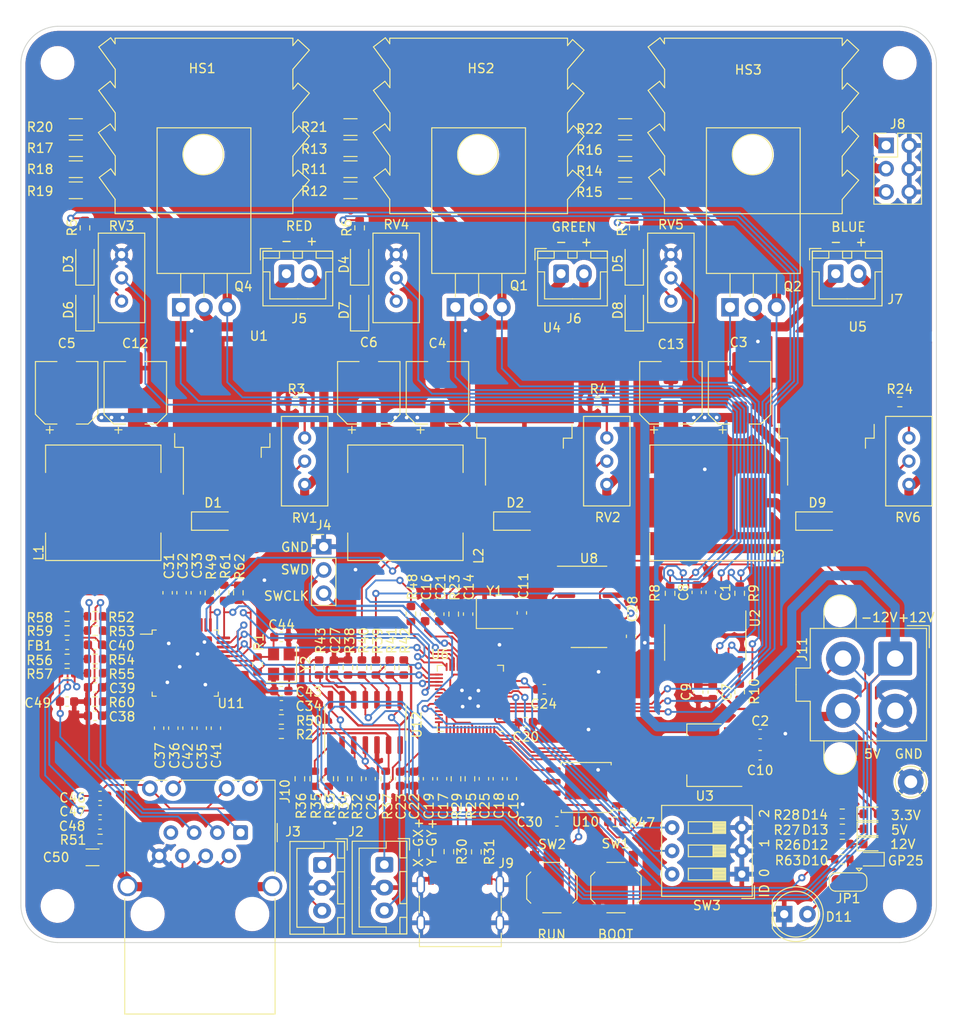
<source format=kicad_pcb>
(kicad_pcb (version 20221018) (generator pcbnew)
  (layers (0 "F.Cu" signal) (31 "B.Cu" signal) (34 "B.Paste" user) (35 "F.Paste" user) (36 "B.SilkS" user "B.Silkscreen") (37 "F.SilkS" user "F.Silkscreen") (38 "B.Mask" user) (39 "F.Mask" user) (44 "Edge.Cuts" user))
  (net 0 "")
  (net 1 "GND")
  (net 2 "+5V")
  (net 3 "+12V")
  (net 4 "X+")
  (net 5 "-12V")
  (net 6 "+3V3")
  (net 7 "Net-(D1-K)")
  (net 8 "Net-(D2-K)")
  (net 9 "Net-(D3-K)")
  (net 10 "Net-(R8-Pad1)")
  (net 11 "Net-(R9-Pad1)")
  (net 12 "Net-(R10-Pad1)")
  (net 13 "Net-(D3-A)")
  (net 14 "Net-(D4-K)")
  (net 15 "Net-(D4-A)")
  (net 16 "Net-(D5-K)")
  (net 17 "Net-(D5-A)")
  (net 18 "Net-(D9-K)")
  (net 19 "Net-(U6-XIN)")
  (net 20 "Net-(C14-Pad1)")
  (net 21 "+1V1")
  (net 22 "Net-(D12-K)")
  (net 23 "Net-(J5-Pin_1)")
  (net 24 "V1")
  (net 25 "V2")
  (net 26 "V3")
  (net 27 "Net-(J6-Pin_1)")
  (net 28 "Net-(J7-Pin_1)")
  (net 29 "Net-(J8-Pin_1)")
  (net 30 "Net-(J8-Pin_3)")
  (net 31 "Net-(J8-Pin_5)")
  (net 32 "Y+")
  (net 33 "Net-(D13-K)")
  (net 34 "Net-(D14-K)")
  (net 35 "RED")
  (net 36 "GREEN")
  (net 37 "BLUE")
  (net 38 "/SWD")
  (net 39 "/SWCLK")
  (net 40 "Net-(J9-VBUS-PadA4)")
  (net 41 "Net-(R3-Pad2)")
  (net 42 "Net-(R4-Pad2)")
  (net 43 "Net-(J9-CC1)")
  (net 44 "D+")
  (net 45 "D-")
  (net 47 "X-")
  (net 48 "Net-(J9-CC2)")
  (net 49 "Y-")
  (net 51 "Net-(Q1-B)")
  (net 52 "Net-(Q1-E)")
  (net 53 "Net-(R24-Pad2)")
  (net 54 "Net-(Q2-B)")
  (net 55 "Net-(Q2-E)")
  (net 56 "Net-(Q4-B)")
  (net 57 "Net-(Q4-E)")
  (net 58 "Net-(U1-FB)")
  (net 59 "Net-(U4-FB)")
  (net 60 "Net-(U2B-+)")
  (net 61 "Net-(U2A-+)")
  (net 62 "Net-(U2D-+)")
  (net 63 "Net-(U5-FB)")
  (net 64 "Net-(U2C--)")
  (net 65 "Net-(U6-XOUT)")
  (net 66 "Net-(U6-USB_DP)")
  (net 67 "Net-(U6-USB_DM)")
  (net 68 "X_LO")
  (net 69 "Y_LO")
  (net 70 "/QSPI_SS")
  (net 71 "/~{USB_BOOT}")
  (net 72 "/RUN")
  (net 73 "Net-(R48-Pad2)")
  (net 74 "/GPIO0")
  (net 75 "/GPIO1")
  (net 76 "/GPIO9")
  (net 77 "/GPIO14")
  (net 78 "/GPIO15")
  (net 79 "/GPIO16")
  (net 80 "ID0")
  (net 81 "ID1")
  (net 82 "ID2")
  (net 83 "/GPIO21")
  (net 84 "/GPIO22")
  (net 87 "/GPIO26_ADC0")
  (net 88 "/GPIO27_ADC1")
  (net 89 "/GPIO28_ADC2")
  (net 91 "/QSPI_SD3")
  (net 92 "/QSPI_SCLK")
  (net 93 "/QSPI_SD0")
  (net 94 "/QSPI_SD2")
  (net 95 "/QSPI_SD1")
  (net 113 "+3.3VA")
  (net 114 "Net-(U11-1V2O)")
  (net 115 "Net-(U11-TOCAP)")
  (net 116 "Net-(U11-XI{slash}CLKIN)")
  (net 117 "Net-(U11-XO)")
  (net 118 "Net-(C50-Pad1)")
  (net 119 "Net-(J10-RD-)")
  (net 120 "RXN")
  (net 121 "RXP")
  (net 122 "Net-(J10-RD+)")
  (net 123 "Net-(J10-TCT)")
  (net 124 "RCT")
  (net 125 "TXP")
  (net 126 "TXN")
  (net 127 "Net-(J10-Pad9)")
  (net 128 "Net-(J10-Pad11)")
  (net 129 "LINKn")
  (net 130 "Net-(U12A-+)")
  (net 131 "Net-(U12A--)")
  (net 132 "Net-(U12B--)")
  (net 133 "Net-(U12C-+)")
  (net 134 "Net-(U12C--)")
  (net 135 "Net-(U12D--)")
  (net 136 "ACTn")
  (net 137 "Net-(U11-TXN)")
  (net 138 "Net-(U11-TXP)")
  (net 139 "Net-(U11-RXN)")
  (net 140 "Net-(U11-RXP)")
  (net 141 "Net-(U11-EXRES1)")
  (net 142 "/CS_0")
  (net 143 "CS_1")
  (net 144 "SCK_1")
  (net 145 "MOSI_1")
  (net 146 "/GPIO20")
  (net 147 "MISO_1")
  (net 148 "/GPIO18")
  (net 149 "/GPIO19")
  (net 150 "/GPIO5")
  (net 151 "Net-(D11-A)")
  (net 152 "Net-(D10-A)")
  (net 153 "Net-(JP1-C)")
  (net 154 "Net-(U6-GPIO25)")
  (footprint "Capacitor_SMD:CP_Elec_6.3x7.7" (layer "F.Cu") (at 12.5 40 90)
    (fp_text reference "C12")
    (fp_text value "220u")
  )
  (footprint "Resistor_SMD:R_1206_3216Metric" (layer "F.Cu") (at 36 13.3 180)
    (fp_text reference "R13")
    (fp_text value "10R")
  )
  (footprint "Capacitor_SMD:C_0603_1608Metric" (layer "F.Cu") (at 80.75 79.55)
    (fp_text reference "C10")
    (fp_text value "10u")
  )
  (footprint "Capacitor_SMD:C_0603_1608Metric" (layer "F.Cu") (at 41.425 82.125 -90)
    (fp_text reference "C23")
    (fp_text value "100n")
  )
  (footprint "Capacitor_SMD:C_0603_1608Metric" (layer "F.Cu") (at 5.05 73.7 180)
    (fp_text reference "C49")
    (fp_text value "100n")
  )
  (footprint "Capacitor_SMD:C_0603_1608Metric" (layer "F.Cu") (at 44.475 82.125 -90)
    (fp_text reference "C19")
    (fp_text value "1u")
  )
  (footprint "Capacitor_SMD:C_0603_1608Metric" (layer "F.Cu") (at 8.65 85.55)
    (fp_text reference "C47")
    (fp_text value "6.8n")
  )
  (footprint "Capacitor_SMD:C_0603_1608Metric" (layer "F.Cu") (at 19.75 76.6 -90)
    (fp_text reference "C35")
    (fp_text value "100n")
  )
  (footprint "Package_TO_SOT_THT:TO-220-3_Horizontal_TabDown" (layer "F.Cu") (at 77.46 30.66)
    (fp_text reference "Q2")
    (fp_text value "TIP120")
  )
  (footprint "LED_THT:LED_D5.0mm" (layer "F.Cu") (at 83.375 96.9)
    (fp_text reference "D11")
    (fp_text value "LED")
  )
  (footprint "LED_SMD:LED_0603_1608Metric" (layer "F.Cu") (at 92.825 89.25)
    (fp_text reference "D12")
    (fp_text value "LED")
  )
  (footprint "Resistor_SMD:R_0603_1608Metric" (layer "F.Cu") (at 8.1 70.6)
    (fp_text reference "R55")
    (fp_text value "4.7")
  )
  (footprint "Resistor_SMD:R_0603_1608Metric" (layer "F.Cu") (at 42.6 64.15 90)
    (fp_text reference "R48")
    (fp_text value "1k")
  )
  (footprint "Capacitor_SMD:C_0603_1608Metric" (layer "F.Cu") (at 8.1 67.5 180)
    (fp_text reference "C40")
    (fp_text value "100n")
  )
  (footprint "Connector_RJ:RJ45_Wuerth_7499010121A_Horizontal" (layer "F.Cu") (at 24 88 -90)
    (fp_text reference "J10")
    (fp_text value "RJ45_Wuerth_7499010121A")
  )
  (footprint "Connector_JST:JST_XH_B3B-XH-A_1x03_P2.50mm_Vertical" (layer "F.Cu") (at 39.7 91.5 -90)
    (fp_text reference "J2")
    (fp_text value "Conn_01x03")
  )
  (footprint "Capacitor_SMD:C_0603_1608Metric" (layer "F.Cu") (at 50.575 82.125 -90)
    (fp_text reference "C25")
    (fp_text value "100n")
  )
  (footprint "Capacitor_SMD:C_0603_1608Metric" (layer "F.Cu") (at 8.1 75.25 180)
    (fp_text reference "C38")
    (fp_text value "100n")
  )
  (footprint "Resistor_SMD:R_0603_1608Metric" (layer "F.Cu") (at 47.525 82.125 90)
    (fp_text reference "R29")
    (fp_text value "27")
  )
  (footprint "Resistor_SMD:R_0603_1608Metric" (layer "F.Cu") (at 7 22 90)
    (fp_text reference "R5")
    (fp_text value "1k")
  )
  (footprint "Jumper:SolderJumper-3_P1.3mm_Bridged12_RoundedPad1.0x1.5mm" (layer "F.Cu") (at 90.35 93.3925 180)
    (fp_text reference "JP1")
    (fp_text value "SolderJumper_3_Bridged12")
  )
  (footprint "Resistor_SMD:R_0603_1608Metric" (layer "F.Cu") (at 30 41)
    (fp_text reference "R3")
    (fp_text value "1.2k")
  )
  (footprint "Resistor_SMD:R_0603_1608Metric" (layer "F.Cu") (at 33.625 82.125 90)
    (fp_text reference "R33")
    (fp_text value "3.3k")
  )
  (footprint "Heatsink:Heatsink_AAVID_TV5G_TO220_Horizontal" (layer "F.Cu") (at 80 14 180)
    (fp_text reference "HS3")
    (fp_text value "Heatsink")
  )
  (footprint "Resistor_SMD:R_0603_1608Metric" (layer "F.Cu") (at 32.575 69.975 90)
    (fp_text reference "R43")
    (fp_text value "10k")
  )
  (footprint "Capacitor_SMD:C_0603_1608Metric" (layer "F.Cu") (at 80.75 77.25)
    (fp_text reference "C2")
    (fp_text value "10u")
  )
  (footprint "Resistor_SMD:R_1206_3216Metric" (layer "F.Cu") (at 6 17.9 180)
    (fp_text reference "R19")
    (fp_text value "10R")
  )
  (footprint "Package_TO_SOT_SMD:TO-263-5_TabPin3" (layer "F.Cu") (at 22 43 90)
    (fp_text reference "U1")
    (fp_text value "LM2576S-ADJ")
  )
  (footprint "Connector_JST:JST_XH_B2B-XH-A_1x02_P2.50mm_Vertical" (layer "F.Cu") (at 59 27)
    (fp_text reference "J6")
    (fp_text value "GREEN_LASER")
  )
  (footprint "Capacitor_SMD:C_0603_1608Metric" (layer "F.Cu") (at 8.65 87.1)
    (fp_text reference "C48")
    (fp_text value "22n")
  )
  (footprint "Resistor_SMD:R_0603_1608Metric" (layer "F.Cu") (at 5.05 69.05 180)
    (fp_text reference "R56")
    (fp_text value "49.9")
  )
  (footprint "Capacitor_SMD:C_0603_1608Metric" (layer "F.Cu") (at 28.45 72.55)
    (fp_text reference "C43")
    (fp_text value "18p")
  )
  (footprint "Potentiometer_THT:Potentiometer_Bourns_3296W_Vertical" (layer "F.Cu") (at 31 50 -90)
    (fp_text reference "RV1")
    (fp_text value "10k")
  )
  (footprint "Potentiometer_THT:Potentiometer_Bourns_3296W_Vertical" (layer "F.Cu") (at 64 50 -90)
    (fp_text reference "RV2")
    (fp_text value "10k")
  )
  (footprint "Capacitor_SMD:C_0603_1608Metric" (layer "F.Cu") (at 28.45 66.65)
    (fp_text reference "C44")
    (fp_text value "18p")
  )
  (footprint "Resistor_SMD:R_0603_1608Metric" (layer "F.Cu") (at 49.75 90.1 -90)
    (fp_text reference "R31")
    (fp_text value "5.1k")
  )
  (footprint "Resistor_SMD:R_0603_1608Metric" (layer "F.Cu") (at 37.25 69.975 90)
    (fp_text reference "R40")
    (fp_text value "9.1k")
  )
  (footprint "Resistor_SMD:R_0603_1608Metric" (layer "F.Cu") (at 35.15 82.125 -90)
    (fp_text reference "R34")
    (fp_text value "9.1k")
  )
  (footprint "Connector_PinHeader_2.54mm:PinHeader_2x03_P2.54mm_Vertical" (layer "F.Cu") (at 94.5 13)
    (fp_text reference "J8")
    (fp_text value "Conn_02x03_Odd_Even")
  )
  (footprint "Diode_SMD:D_SOD-123" (layer "F.Cu") (at 54 54)
    (fp_text reference "D2")
    (fp_text value "1N5819WS")
  )
  (footprint "Diode_SMD:D_SOD-123" (layer "F.Cu") (at 67 31 90)
    (fp_text reference "D8")
    (fp_text value "1N4148W")
  )
  (footprint "Resistor_SMD:R_0603_1608Metric" (layer "F.Cu") (at 23.75 61.825 -90)
    (fp_text reference "R62")
    (fp_text value "4.7k")
  )
  (footprint "Resistor_SMD:R_0603_1608Metric" (layer "F.Cu") (at 46.75 90.075 -90)
    (fp_text reference "R30")
    (fp_text value "5.1k")
  )
  (footprint "Resistor_SMD:R_0603_1608Metric" (layer "F.Cu") (at 8.65 88.7 180)
    (fp_text reference "R51")
    (fp_text value "10")
  )
  (footprint "Potentiometer_THT:Potentiometer_Bourns_3296W_Vertical" (layer "F.Cu") (at 11 30 -90)
    (fp_text reference "RV3")
    (fp_text value "10k")
  )
  (footprint "Capacitor_SMD:C_0603_1608Metric" (layer "F.Cu") (at 28.45 74.1)
    (fp_text reference "C34")
    (fp_text value "100n")
  )
  (footprint "Resistor_SMD:R_1206_3216Metric" (layer "F.Cu") (at 36 17.9 180)
    (fp_text reference "R12")
    (fp_text value "10R")
  )
  (footprint "Capacitor_SMD:C_0603_1608Metric" (layer "F.Cu") (at 16.03 61.825 90)
    (fp_text reference "C31")
    (fp_text value "100n")
  )
  (footprint "Resistor_SMD:R_1206_3216Metric" (layer "F.Cu") (at 6 13.3 180)
    (fp_text reference "R17")
    (fp_text value "10R")
  )
  (footprint "Package_QFP:LQFP-48_7x7mm_P0.5mm" (layer "F.Cu") (at 17.95 69.5)
    (fp_text reference "U11")
    (fp_text value "W5500" hide)
  )
  (footprint "Resistor_SMD:R_1206_3216Metric" (layer "F.Cu") (at 36 11)
    (fp_text reference "R21")
    (fp_text value "10R")
  )
  (footprint "Capacitor_SMD:C_0603_1608Metric" (layer "F.Cu") (at 21.3 76.6 -90)
    (fp_text reference "C41")
    (fp_text value "100n")
  )
  (footprint "Capacitor_SMD:C_0603_1608Metric" (layer "F.Cu") (at 66.65 66.575 90)
    (fp_text reference "C28")
    (fp_text value "100n")
  )
  (footprint "Capacitor_SMD:C_0603_1608Metric" (layer "F.Cu") (at 48.85 64.15 90)
    (fp_text reference "C14")
    (fp_text value "27p")
  )
  (footprint "Diode_SMD:D_SOD-123" (layer "F.Cu") (at 21 54)
    (fp_text reference "D1")
    (fp_text value "1N5819WS")
  )
  (footprint "Resistor_SMD:R_0603_1608Metric" (layer "F.Cu") (at 30.475 82.125 -90)
    (fp_text reference "R36")
    (fp_text value "10k")
  )
  (footprint "MountingHole:MountingHole_3.2mm_M3" (layer "F.Cu") (at 96 96)
    (fp_text reference "H4")
    (fp_text value "MountingHole")
  )
  (footprint "Resistor_SMD:R_1206_3216Metric" (layer "F.Cu") (at 66 13.3 180)
    (fp_text reference "R16")
    (fp_text value "10R")
  )
  (footprint "Resistor_SMD:R_1206_3216Metric" (layer "F.Cu") (at 66 17.9 180)
    (fp_text reference "R15")
    (fp_text value "10R")
  )
  (footprint "Resistor_SMD:R_0603_1608Metric" (layer "F.Cu") (at 35.725 69.975 -90)
    (fp_text reference "R38")
    (fp_text value "3.6k")
  )
  (footprint "MountingHole:MountingHole_3.2mm_M3" (layer "F.Cu") (at 4 4)
    (fp_text reference "H2")
    (fp_text value "MountingHole")
  )
  (footprint "Inductor_SMD:L_12x12mm_H8mm" (layer "F.Cu") (at 9 52 180)
    (fp_text reference "L1")
    (fp_text value "150uH")
  )
  (footprint "Resistor_SMD:R_0603_1608Metric" (layer "F.Cu") (at 49.05 82.125 90)
    (fp_text reference "R25")
    (fp_text value "27")
  )
  (footprint "Resistor_SMD:R_0603_1608Metric" (layer "F.Cu") (at 89.725 89.25 180)
    (fp_text reference "R26")
    (fp_text value "2.2k")
  )
  (footprint "Resistor_SMD:R_0603_1608Metric" (layer "F.Cu") (at 89.725 90.9)
    (fp_text reference "R63")
    (fp_text value "470")
  )
  (footprint "Resistor_SMD:R_0603_1608Metric" (layer "F.Cu") (at 64.925 86.825 180)
    (fp_text reference "R47")
    (fp_text value "1k")
  )
  (footprint "Resistor_SMD:R_0603_1608Metric" (layer "F.Cu") (at 70.91 61.885 90)
    (fp_text reference "R8")
    (fp_text value "100")
  )
  (footprint "Resistor_SMD:R_0603_1608Metric" (layer "F.Cu") (at 78.51 61.885 90)
    (fp_text reference "R9")
    (fp_text value "100")
  )
  (footprint "Resistor_SMD:R_0603_1608Metric" (layer "F.Cu") (at 41.825 69.975 90)
    (fp_text reference "R42")
    (fp_text value "10k")
  )
  (footprint "Diode_SMD:D_SOD-123" (layer "F.Cu") (at 67 26 90)
    (fp_text reference "D5")
    (fp_text value "1N4148W")
  )
  (footprint "Resistor_SMD:R_1206_3216Metric" (layer "F.Cu") (at 6 15.6 180)
    (fp_text reference "R18")
    (fp_text value "10R")
  )
  (footprint "Capacitor_SMD:C_0603_1608Metric" (layer "F.Cu") (at 44.15 64.15 90)
    (fp_text reference "C16")
    (fp_text value "100n")
  )
  (footprint "Diode_SMD:D_SOD-123" (layer "F.Cu") (at 37 31 90)
    (fp_text reference "D7")
    (fp_text value "1N4148W")
  )
  (footprint "Resistor_SMD:R_0603_1608Metric" (layer "F.Cu") (at 8.1 64.4 180)
    (fp_text reference "R52")
    (fp_text value "4.7")
  )
  (footprint "Crystal:Crystal_SMD_3225-4Pin_3.2x2.5mm" (layer "F.Cu") (at 51.75 64.075)
    (fp_text reference "Y1")
    (fp_text value "12MHz")
  )
  (footprint "Connector_USB:USB_C_Receptacle_Palconn_UTC16-G" (layer "F.Cu") (at 48 95.6)
    (fp_text reference "J9")
    (fp_text value "USB_C_Receptacle_USB2.0")
  )
  (footprint "Connector_PinHeader_2.54mm:PinHeader_1x03_P2.54mm_Vertical" (layer "F.Cu") (at 33.075 56.795)
    (fp_text reference "J4")
    (fp_text value "Conn_01x03")
  )
  (footprint "Capacitor_SMD:C_0603_1608Metric" (layer "F.Cu") (at 58.55 86.775)
    (fp_text reference "C30")
    (fp_text value "100n")
  )
  (footprint "Capacitor_SMD:CP_Elec_6.3x7.7" (layer "F.Cu") (at 45.5 40 90)
    (fp_text reference "C4")
    (fp_text value "220u")
  )
  (footprint "Inductor_SMD:L_12x12mm_H8mm" (layer "F.Cu") (at 42 52 180)
    (fp_text reference "L2")
    (fp_text value "150uH")
  )
  (footprint "Resistor_SMD:R_1206_3216Metric" (layer "F.Cu") (at 36 15.6 180)
    (fp_text reference "R11")
    (fp_text value "10R")
  )
  (footprint "Potentiometer_THT:Potentiometer_Bourns_3296W_Vertical" (layer "F.Cu") (at 71 30 -90)
    (fp_text reference "RV5")
    (fp_text value "10k")
  )
  (footprint "Button_Switch_THT:SW_DIP_SPSTx03_Slide_9.78x9.8mm_W7.62mm_P2.54mm" (layer "F.Cu") (at 78.745 92.53 180)
    (fp_text reference "SW3")
    (fp_text value "SW_DIP_x03")
  )
  (footprint "Package_SO:SOIC-14_3.9x8.7mm_P1.27mm" (layer "F.Cu") (at 62.05 63.36)
    (fp_text reference "U8")
    (fp_text value "MCP4922-ESL")
  )
  (footprint "Diode_SMD:D_SOD-123" (layer "F.Cu") (at 37 26 90)
    (fp_text reference "D4")
    (fp_text value "1N4148W")
  )
  (footprint "Resistor_SMD:R_0603_1608Metric" (layer "F.Cu") (at 40.3 69.975 -90)
    (fp_text reference "R41")
    (fp_text value "20k")
  )
  (footprint "Package_TO_SOT_THT:TO-220-3_Horizontal_TabDown" (layer "F.Cu") (at 47.46 30.66)
    (fp_text reference "Q1")
    (fp_text value "TIP120")
  )
  (footprint "Resistor_SMD:R_0603_1608Metric" (layer "F.Cu") (at 89.7125 85.95 180)
    (fp_text reference "R28")
    (fp_text value "470")
  )
  (footprint "Resistor_SMD:R_0603_1608Metric" (layer "F.Cu") (at 5.05 70.6 180)
    (fp_text reference "R57")
    (fp_text value "49.9")
  )
  (footprint "Package_TO_SOT_SMD:SOT-223-3_TabPin2" (layer "F.Cu") (at 74.65 79.55 180)
    (fp_text reference "U3")
    (fp_text value "AMS1117-3.3")
  )
  (footprint "Resistor_SMD:R_0603_1608Metric" (layer "F.Cu") (at 67 22 90)
    (fp_text reference "R7")
    (fp_text value "1k")
  )
  (footprint "MountingHole:MountingHole_3.2mm_M3" (layer "F.Cu") (at 4 96)
    (fp_text reference "H3")
    (fp_text value "MountingHole")
  )
  (footprint "Package_SO:SOIC-14_3.9x8.7mm_P1.27mm" (layer "F.Cu") (at 74.75 67.25 -90)
    (fp_text reference "U2")
    (fp_text value "LM324")
  )
  (footprint "Resistor_SMD:R_0603_1608Metric" (layer "F.Cu") (at 37 22 90)
    (fp_text reference "R6")
    (fp_text value "1k")
  )
  (footprint "Capacitor_SMD:C_0603_1608Metric" (layer "F.Cu") (at 73.99 72.65 90)
    (fp_text reference "C9")
    (fp_text value "10u")
  )
  (footprint "Potentiometer_THT:Potentiometer_Bourns_3296W_Vertical" (layer "F.Cu") (at 97 50 -90)
    (fp_text reference "RV6")
    (fp_text value "10k")
  )
  (footprint "Resistor_SMD:R_0603_1608Metric" (layer "F.Cu") (at 96 41)
    (fp_text reference "R24")
    (fp_text value "1.2k")
  )
  (footprint "MountingHole:MountingHole_3.2mm_M3" (layer "F.Cu") (at 96 4)
    (fp_text reference "H1")
    (fp_text value "MountingHole")
  )
  (footprint "Capacitor_SMD:CP_Elec_6.3x7.7" (layer "F.Cu") (at 38 40 90)
    (fp_text reference "C6")
    (fp_text value "220u")
  )
  (footprint "Connector_JST:JST_XH_B2B-XH-A_1x02_P2.50mm_Vertical" (layer "F.Cu") (at 89 27)
    (fp_text reference "J7")
    (fp_text value "BLUE_LASER")
  )
  (footprint "Resistor_SMD:R_1206_3216Metric" (layer "F.Cu") (at 66 15.6 180)
    (fp_text reference "R14")
    (fp_text value "10R")
  )
  (footprint "Package_SO:SOIC-14_3.9x8.7mm_P1.27mm" (layer "F.Cu") (at 37.625 75.975 90)
    (fp_text reference "U12")
    (fp_text value "LM324")
  )
  (footprint "Resistor_SMD:R_0603_1608Metric" (layer "F.Cu") (at 89.725 87.6 180)
    (fp_text reference "R27")
    (fp_text value "1k")
  )
  (footprint "Resistor_SMD:R_0603_1608Metric" (layer "F.Cu") (at 28.45 77.2)
    (fp_text reference "R2")
    (fp_text value "470")
  )
  (footprint "Capacitor_SMD:C_0603_1608Metric" (layer "F.Cu") (at 42.95 82.125 -90)
    (fp_text reference "C22")
    (fp_text value "100n")
  )
  (footprint "Capacitor_SMD:C_0603_1608Metric" (layer "F.Cu") (at 75.57 72.65 -90)
    (fp_text reference "C7")
    (fp_text value "100n")
  )
  (footprint "Resistor_SMD:R_0603_1608Metric" (layer "F.Cu") (at 22.2 61.825 -90)
    (fp_text reference "R61")
    (fp_text value "4.7k")
  )
  (footprint "Capacitor_SMD:C_1206_3216Metric" (layer "F.Cu") (at 7.825 90.7 180)
    (fp_text reference "C50")
    (fp_text value "1nF/2kV")
  )
  (footprint "Capacitor_SMD:C_0603_1608Metric" (layer "F.Cu") (at 34.2 69.975 -90)
    (fp_text reference "C27")
    (fp_text value "100n")
  )
  (footprint "Package_TO_SOT_THT:TO-220-3_Horizontal_TabDown" (layer "F.Cu") (at 17.46 30.66)
    (fp_text reference "Q4")
    (fp_text value "TIP120")
  )
  (footprint "Connector_JST:JST_XH_B3B-XH-A_1x03_P2.50mm_Vertical" (layer "F.Cu") (at 32.9 91.525 -90)
    (fp_text reference "J3")
    (fp_text value "Conn_01x03")
  )
  (footprint "LED_SMD:LED_0603_1608Metric" (layer "F.Cu") (at 92.825 87.6)
    (fp_text reference "D13")
    (fp_text value "LED")
  )
  (footprint "Capacitor_SMD:C_0603_1608Metric" (layer "F.Cu") (at 45.7 64.15 90)
    (fp_text reference "C21")
    (fp_text value "100n")
  )
  (footprint "Capacitor_SMD:C_0603_1608Metric" (layer "F.Cu") (at 8.65 84 180)
    (fp_text reference "C46")
    (fp_text value "6.8n")
  )
  (footprint "TestPoint:TestPoint_Loop_D2.60mm_Drill1.4mm_Beaded" (layer "F.Cu") (at 97.2 82.45)
    (fp_text reference "TP1" hide)
    (fp_text value "TestPoint")
  )
  (footprint "Capacitor_SMD:C_0603_1608Metric" (layer "F.Cu") (at 38.2 82.125 -90)
    (fp_text reference "C26")
    (fp_text value "100n")
  )
  (footprint "Capacitor_SMD:C_0603_1608Metric" (layer "F.Cu") (at 17.55 61.825 90)
    (fp_text reference "C32")
    (fp_text value "100n")
  )
  (footprint "Resistor_SMD:R_0603_1608Metric" (layer "F.Cu") (at 5.05 65.95 180)
    (fp_text reference "R59")
    (fp_text value "49.9")
  )
  (footprint "Capacitor_SMD:C_0603_1608Metric" (layer "F.Cu") (at 16.65 76.6 -90)
    (fp_text reference "C36")
    (fp_text value "100n")
  )
  (footprint "Resistor_SMD:R_0603_1608Metric" (layer "F.Cu") (at 39.85 82.125 -90)
    (fp_text reference "R37")
    (fp_text value "10k")
  )
  (footprint "Resistor_SMD:R_0603_1608Metric" (layer "F.Cu") (at 38.775 69.975 -90)
    (fp_text reference "R39")
    (fp_text value "3.3k")
  )
  (footprint "Potentiometer_THT:Potentiometer_Bourns_3296W_Vertical" (layer "F.Cu") (at 41 30 -90)
    (fp_text reference "RV4")
    (fp_text value "10k")
  )
  (footprint "Package_DFN_QFN:QFN-56-1EP_7x7mm_P0.4mm_EP3.2x3.2mm" (layer "F.Cu") (at 49.1 73.35 180)
    (fp_text reference "U6")
    (fp_text value "RP2040")
  )
  (footprint "Capacitor_SMD:C_0603_1608Metric" (layer "F.Cu") (at 8.1 72.15 180)
    (fp_text reference "C39")
    (fp_text value "100n")
  )
  (footprint "Capacitor_SMD:C_0603_1608Metric" (layer "F.Cu") (at 18.2 76.6 -90)
    (fp_text reference "C42")
    (fp_text value "4.7u")
  )
  (footprint "Heatsink:Heatsink_AAVID_TV5G_TO220_Horizontal" (layer "F.Cu") (at 20 14 180)
    (fp_text reference "HS1")
    (fp_text value "Heatsink")
  )
  (footprint "Capacitor_SMD:C_0603_1608Metric" (layer "F.Cu") (at 46 82.125 -90)
    (fp_text reference "C17")
    (fp_text value "1u")
  )
  (footprint "Button_Switch_SMD:SW_SPST_TL3342" (layer "F.Cu") (at 58 94 90)
    (fp_text reference "SW2")
    (fp_text value "SW_Push")
  )
  (footprint "Heatsink:Heatsink_AAVID_TV5G_TO220_Horizontal" (layer "F.Cu") (at 50 14 180)
    (fp_text reference "HS2")
    (fp_text value "Heatsink")
  )
  (footprint "LED_SMD:LED_0603_1608Metric" (layer "F.Cu") (at 92.8125 90.9 180)
    (fp_text reference "D10")
    (fp_text value "LED")
  )
  (footprint "Resistor_SMD:R_0603_1608Metric" (layer "F.Cu") (at 8.1 69.05 180)
    (fp_text reference "R54")
    (fp_text value "4.7")
  )
  (footprint "Resistor_SMD:R_0603_1608Metric" (layer "F.Cu") (at 63 41)
    (fp_text reference "R4")
    (fp_text value "1.2k")
  )
  (footprint "Resistor_SMD:R_0603_1608Metric" (layer "F.Cu") (at 36.675 82.125 90)
    (fp_text reference "R32")
    (fp_text value "3.6k")
  )
  (footprint "Capacitor_SMD:C_0603_1608Metric" (layer "F.Cu") (at 73.82 61.775 90)
    (fp_text reference "C8")
    (fp_text value "10u")
  )
  (footprint "Capacitor_SMD:CP_Elec_6.3x7.7" (layer "F.Cu") (at 78.5 40 90)
    (fp_text reference "C3")
    (fp_text value "220u")
  )
  (footprint "Resistor_SMD:R_0603_1608Metric" (layer "F.Cu") (at 8.1 65.95)
    (fp_text reference "R53")
    (fp_text value "4.7")
  )
  (footprint "Resistor_SMD:R_1206_3216Metric" (layer "F.Cu") (at 6 11)
    (fp_text reference "R20")
    (fp_text value "10R")
  )
  (footprint "Resistor_SMD:R_0603_1608Metric" (layer "F.Cu") (at 25.85 69.65 -90)
    (fp_text reference "R1")
    (fp_text value "1M")
  )
  (footprint "Diode_SMD:D_SOD-123" (layer "F.Cu") (at 87 54)
    (fp_text reference "D9")
    (fp_text value "1N5819WS")
  )
  (footprint "Resistor_SMD:R_0603_1608Metric" (layer "F.Cu") (at 20.65 61.825 -90)
    (fp_text reference "R49")
    (fp_text value "4.7k")
  )
  (footprint "Capacitor_SMD:CP_Elec_6.3x7.7" (layer "F.Cu") (at 71 40 90)
    (fp_text reference "C13")
    (fp_text value "220u")
  )
  (footprint "Capacitor_SMD:C_0603_1608Metric" (layer "F.Cu") (at 75.35 61.775 90)
    (fp_text reference "C1")
    (fp_text value "100n")
  )
  (footprint "Capacitor_SMD:C_0603_1608Metric" (layer "F.Cu") (at 52.1 82.125 -90)
    (fp_text reference "C18")
    (fp_text value "100n")
  )
  (footprint "Resistor_SMD:R_1206_3216Metric" (layer "F.Cu") (at 66 11)
    (fp_text reference "R22")
    (fp_text value "10R")
  )
  (footprint "Capacitor_SMD:C_0603_1608Metric" (layer "F.Cu") (at 15.1 76.6 -90)
    (fp_text reference "C37")
    (fp_text value "100n")
  )
  (footprint "Resistor_SMD:R_0603_1608Metric" (layer "F.Cu") (at 8.1 73.7)
    (fp_text reference "R60")
    (fp_text value "12.4k")
  )
  (footprint "Resistor_SMD:R_0603_1608Metric" (layer "F.Cu") (at 28.45 75.65)
    (fp_text reference "R50")
    (fp_text value "470")
  )
  (footprint "Inductor_SMD:L_12x12mm_H8mm" (layer "F.Cu") (at 75 52 180)
    (fp_text reference "L3")
    (fp_text value "150uH")
  )
  (footprint "Crystal:Crystal_SMD_3225-4Pin_3.2x2.5mm" (layer "F.Cu") (at 28.45 69.6 90)
    (fp_text reference "Y2")
    (fp_text value "25MHz")
  )
  (footprint "Capacitor_SMD:CP_Elec_6.3x7.7" (layer "F.Cu") (at 5 40 90)
    (fp_text reference "C5")
    (fp_text value "220u")
  )
  (footprint "LED_SMD:LED_0603_1608Metric" (layer "F.Cu") (at 92.8125 85.95)
    (fp_text reference "D14")
    (fp_text value "LED")
  )
  (footprint "Connector_Molex:Molex_Mega-Fit_76829-0004_2x02_P5.70mm_Vertical" (layer "F.Cu") (at 95.5 69 -90)
    (fp_text reference "J11")
    (fp_text value "76829-0004")
  )
  (footprint "Diode_SMD:D_SOD-123" (layer "F.Cu") (at 7 31 90)
    (fp_text reference "D6")
    (fp_text value "1N4148W")
  )
  (footprint "Button_Switch_SMD:SW_SPST_TL3342" (layer "F.Cu") (at 65 94 90)
    (fp_text reference "SW1")
    (fp_text value "SW_Push")
  )
  (footprint "Capacitor_SMD:C_0603_1608Metric" (layer "F.Cu") (at 54.725 64.025 -90)
    (fp_text reference "C11")
    (fp_text value "27p")
  )
  (footprint "Capacitor_SMD:C_0603_1608Metric" (layer "F.Cu") (at 19.1 61.825 90)
    (fp_text reference "C33")
    (fp_text value "100n")
  )
  (footprint "Package_TO_SOT_SMD:TO-263-5_TabPin3" (layer "F.Cu") (at 88 42 90)
    (fp_text reference "U5")
    (fp_text value "LM2576S-ADJ")
  )
  (footprint "Package_SO:SOIC-8_5.23x5.23mm_P1.27mm" (layer "F.Cu") (at 61.75 83.075 180)
    (fp_text reference "U10")
    (fp_text value "W25Q128JVS")
  )
  (footprint "Capacitor_SMD:C_0603_1608Metric" (layer "F.Cu") (at 53.625 82.125 -90)
    (fp_text reference "C15")
    (fp_text value "100n")
  )
  (footprint "Resistor_SMD:R_0603_1608Metric" (layer "F.Cu") (at 47.275 64.15 90)
    (fp_text reference "R23")
    (fp_text value "1k")
  )
  (footprint "Package_TO_SOT_SMD:TO-263-5_TabPin3" (layer "F.Cu") (at 55 42 90)
    (fp_text reference "U4")
    (fp_text value "LM2576S-ADJ")
  )
  (footprint "Capacitor_SMD:C_0603_1608Metric" (layer "F.Cu") (at 57.175 72.35)
    (fp_text reference "C24")
    (fp_text value "100n")
  )
  (footprint "Inductor_SMD:L_0603_1608Metric" (layer "F.Cu") (at 5.05 67.5)
    (fp_text reference "FB1")
    (fp_text value "FerriteBead")
  )
  (footprint "Resistor_SMD:R_0603_1608Metric" (layer "F.Cu") (at 5.05 64.4 180)
    (fp_text reference "R58")
    (fp_text value "49.9")
  )
  (footprint "Resistor_SMD:R_0603_1608Metric" (layer "F.Cu") (at 32.1 82.125 90)
    (fp_text reference "R35")
    (fp_text value "20k")
  )
  (footprint "Connector_JST:JST_XH_B2B-XH-A_1x02_P2.50mm_Vertical" (layer "F.Cu") (at 29 27)
    (fp_text reference "J5")
    (fp_text value "RED_LASER")
  )
  (footprint "Capacitor_SMD:C_0603_1608Metric" (layer "F.Cu") (at 55.15 75.95)
    (fp_text reference "C20")
    (fp_text value "100n")
  )
  (footprint "Resistor_SMD:R_0603_1608Metric" (layer "F.Cu") (at 78.51 72.625 -90)
    (fp_text reference "R10")
    (fp_text value "100")
  )
  (footprint "Diode_SMD:D_SOD-123" (layer "F.Cu") (at 7 26 90)
    (fp_text reference "D3")
    (fp_text value "1N4148W")
  )
  (gr_arc (start 96 0) (mid 98.786655 1.213345) (end 100 4) (stroke (width 0.1)) (layer "Edge.Cuts"))
  (gr_line (start 0 4) (end 0 96) (stroke (width 0.1)) (layer "Edge.Cuts"))
  (gr_line (start 100 96) (end 100 4) (stroke (width 0.1)) (layer "Edge.Cuts"))
  (gr_arc (start 4 100) (mid 1.213345 98.786655) (end 0 96) (stroke (width 0.1)) (layer "Edge.Cuts"))
  (gr_arc (start 100 96) (mid 98.786654 98.786654) (end 96 100) (stroke (width 0.1)) (layer "Edge.Cuts"))
  (gr_line (start 4 0) (end 96 0) (stroke (width 0.1)) (layer "Edge.Cuts"))
  (gr_line (start 96 100) (end 4 100) (stroke (width 0.1)) (layer "Edge.Cuts"))
  (gr_arc (start 0 4) (mid 1.213345 1.213345) (end 4 0) (stroke (width 0.1)) (layer "Edge.Cuts"))
  (gr_text "X-GX+" (at 44 91.85 90) (layer "F.SilkS") (effects (font (size 1 1)) (justify left bottom)))
  (gr_text "ID 0   1   2" (at 81.8 95.2 90) (layer "F.SilkS") (effects (font (size 1 1)) (justify left bottom)))
  (gr_text "RUN" (at 56.325 99.7) (layer "F.SilkS") (effects (font (size 1 1)) (justify left bottom)))
  (gr_text "BOOT" (at 62.925 99.7) (layer "F.SilkS") (effects (font (size 1 1)) (justify left bottom)))
  (gr_text "5V" (at 94.95 88.3) (layer "F.SilkS") (effects (font (size 1 1)) (justify left bottom)))
  (gr_text "5V" (at 92 80) (layer "F.SilkS") (effects (font (size 1 1)) (justify left bottom)))
  (gr_text "SWCLK" (at 26.45 62.76) (layer "F.SilkS") (effects (font (size 1 1)) (justify left bottom)))
  (gr_text "12V" (at 94.85 89.85) (layer "F.SilkS") (effects (font (size 1 1)) (justify left bottom)))
  (gr_text "GP25" (at 94.6 91.65) (layer "F.SilkS") (effects (font (size 1 1)) (justify left bottom)))
  (gr_text "SWD" (at 28.3 59.885) (layer "F.SilkS") (effects (font (size 1 1)) (justify left bottom)))
  (gr_text "Y-GY+" (at 45.475 91.725 90) (layer "F.SilkS") (effects (font (size 1 1)) (justify left bottom)))
  (gr_text "-12V" (at 91.65 65.1) (layer "F.SilkS") (effects (font (size 1 1)) (justify left bottom)))
  (gr_text "3.3V" (at 94.95 86.7) (layer "F.SilkS") (effects (font (size 1 1)) (justify left bottom)))
  (gr_text "BLUE\n-  +" (at 90.4 24.1) (layer "F.SilkS") (effects (font (size 1 1)) (justify bottom)))
  (gr_text "+12V" (at 95.7 65.1) (layer "F.SilkS") (effects (font (size 1 1)) (justify left bottom)))
  (gr_text "GND" (at 28.325 57.435) (layer "F.SilkS") (effects (font (size 1 1)) (justify left bottom)))
  (gr_text "RED\n-  +" (at 30.4 24) (layer "F.SilkS") (effects (font (size 1 1)) (justify bottom)))
  (gr_text "GREEN\n-  +" (at 60.4 24.1) (layer "F.SilkS") (effects (font (size 1 1)) (justify bottom)))
  (gr_text "GND" (at 95.35 80) (layer "F.SilkS") (effects (font (size 1 1)) (justify left bottom)))
  (segment (start 36.355 73.123249) (end 35.331751 72.1) (width 0.25) (layer "F.Cu") (net 1))
  (segment (start 18.25 72.3) (end 18.2 72.25) (width 0.2) (layer "F.Cu") (net 1))
  (segment (start 49.125 73.325) (end 49.05 73.325) (width 0.2) (layer "F.Cu") (net 1))
  (segment (start 15.2 65.3375) (end 15.2 67.15) (width 0.2) (layer "F.Cu") (net 1))
  (segment (start 51.2 93.09) (end 51.74 93.09) (width 0.2) (layer "F.Cu") (net 1))
  (segment (start 22.1125 70.25) (end 20.85 70.25) (width 0.2) (layer "F.Cu") (net 1))
  (segment (start 68.05 65.95) (end 68.05 65.15) (width 0.2) (layer "F.Cu") (net 1))
  (segment (start 51.74 93.09) (end 52.32 93.67) (width 0.2) (layer "F.Cu") (net 1))
  (segment (start 23.55 70.25) (end 25.85 72.55) (width 0.2) (layer "F.Cu") (net 1))
  (segment (start 69.4 58.725) (end 74.725 58.725) (width 0.2) (layer "F.Cu") (net 1))
  (segment (start 69.4 58.725) (end 68.475 59.65) (width 0.2) (layer "F.Cu") (net 1))
  (segment (start 34.627436 72.1) (end 34.152437 71.625) (width 0.25) (layer "F.Cu") (net 1))
  (segment (start 16.7 73.6625) (end 16.7 72.25) (width 0.2) (layer "F.Cu") (net 1))
  (segment (start 44.8 93.09) (end 44.26 93.09) (width 0.2) (layer "F.Cu") (net 1))
  (segment (start 79.925 58.725) (end 81.425 60.225) (width 0.2) (layer "F.Cu") (net 1))
  (segment (start 15.7 73.6625) (end 15.7 72.2) (width 0.2) (layer "F.Cu") (net 1))
  (segment (start 36.355 73.5) (end 36.355 73.123249) (width 0.25) (layer "F.Cu") (net 1))
  (segment (start 25.85 72.55) (end 27.675 72.55) (width 0.2) (layer "F.Cu") (net 1))
  (segment (start 73.19 72.625) (end 73.99 73.425) (width 0.25) (layer "F.Cu") (net 1))
  (segment (start 35.331751 72.1) (end 34.627436 72.1) (width 0.25) (layer "F.Cu") (net 1))
  (segment (start 33.8 71.625) (end 33.4 71.225) (width 0.25) (layer "F.Cu") (net 1))
  (segment (start 22.1125 70.25) (end 23.55 70.25) (width 0.2) (layer "F.Cu") (net 1))
  (segment (start 49.975 72.475) (end 49.975 72.5) (width 0.2) (layer "F.Cu") (net 1))
  (segment (start 8.05 68.225) (end 8.05 71.425) (width 0.2) (layer "F.Cu") (net 1))
  (segment (start 27.675 72.55) (end 29.225 74.1) (width 0.2) (layer "F.Cu") (net 1))
  (segment (start 50.1 69.9125) (end 50.1 72.35) (width 0.2) (layer "F.Cu") (net 1))
  (segment (start 75.975 58.725) (end 79.925 58.725) (width 0.2) (layer "F.Cu") (net 1))
  (segment (start 18.2375 73.6625) (end 18.25 73.65) (width 0.2) (layer "F.Cu") (net 1))
  (segment (start 14.45 67.75) (end 15.45 67.75) (width 0.2) (layer "F.Cu") (net 1))
  (segment (start 8.05 71.425) (end 7.325 72.15) (width 0.2) (layer "F.Cu") (net 1))
  (segment (start 34.152437 71.625) (end 33.8 71.625) (width 0.25) (layer "F.Cu") (net 1))
  (segment (start 75.35 59.35) (end 75.975 58.725) (width 0.2) (layer "F.Cu") (net 1))
  (segment (start 49.05 73.325) (end 49.05 73.4) (width 0.2) (layer "F.Cu") (net 1))
  (segment (start 49.95 72.5) (end 49.125 73.325) (width 0.2) (layer "F.Cu") (net 1))
  (segment (start 33.4 70) (end 34.2 69.2) (width 0.25) (layer "F.Cu") (net 1))
  (segment (start 39 78.555) (end 39 82.1) (width 0.25) (layer "F.Cu") (net 1))
  (segment (start 44.26 93.09) (end 43.68 93.67) (width 0.2) (layer "F.Cu") (net 1))
  (segment (start 75.35 59.35) (end 74.725 58.725) (width 0.2) (layer "F.Cu") (net 1))
  (segment (start 49.05 73.4) (end 49.1 73.35) (width 0.2) (layer "F.Cu") (net 1))
  (segment (start 39 82.1) (end 38.2 82.9) (width 0.25) (layer "F.Cu") (net 1))
  (segment (start 38.895 78.45) (end 39 78.555) (width 0.25) (layer "F.Cu") (net 1))
  (segment (start 20.85 70.25) (end 20.35 69.75) (width 0.2) (layer "F.Cu") (net 1))
  (segment (start 75.35 61) (end 75.35 59.35) (width 0.2) (layer "F.Cu") (net 1))
  (segment (start 33.4 71.225) (end 33.4 70) (width 0.25) (layer "F.Cu") (net 1))
  (segment (start 18.25 73.65) (end 18.25 72.3) (width 0.2) (layer "F.Cu") (net 1))
  (segment (start 13.7875 70.75) (end 15.3 70.75) (width 0.2) (layer "F.Cu") (net 1))
  (segment (start 50.1 72.35) (end 49.975 72.475) (width 0.2) (layer "F.Cu") (net 1))
  (segment (start 73.48 69.725) (end 73.19 70.015) (width 0.25) (layer "F.Cu") (net 1))
  (segment (start 18.2 73.6625) (end 18.2375 73.6625) (width 0.2) (layer "F.Cu") (net 1))
  (segment (start 66.65 67.35) (end 68.05 65.95) (width 0.2) (layer "F.Cu") (net 1))
  (segment (start 49.975 72.5) (end 49.95 72.5) (width 0.2) (layer "F.Cu") (net 1))
  (segment (start 7.325 67.5) (end 8.05 68.225) (width 0.2) (layer "F.Cu") (net 1))
  (segment (start 73.19 70.015) (end 73.19 72.625) (width 0.25) (layer "F.Cu") (net 1))
  (via (at 17.35 69.9) (size 0.8) (drill 0.4) (layers "F.Cu" "B.Cu") (net 1))
  (via (at 49.95 74.2) (size 0.8) (drill 0.4) (layers "F.Cu" "B.Cu") (net 1))
  (via (at 20.05 67.2) (size 0.8) (drill 0.4) (layers "F.Cu" "B.Cu") (net 1))
  (via (at 63.1 70.45) (size 0.8) (drill 0.4) (layers "F.Cu" "B.Cu") (net 1))
  (via (at 83.5 77.2) (size 0.8) (drill 0.4) (layers "F.Cu" "B.Cu") (net 1))
  (via (at 18.65 33.25) (size 0.8) (drill 0.4) (layers "F.Cu" "B.Cu") (net 1))
  (via (at 63.05 81.15) (size 0.8) (drill 0.4) (layers "F.Cu" "B.Cu") (net 1))
  (via (at 49.05 73.325) (size 0.8) (drill 0.4) (layers "F.Cu" "B.Cu") (net 1))
  (via (at 16 71.6) (size 0.8) (drill 0.4) (layers "F.Cu" "B.Cu") (net 1))
  (via (at 19.3 68.5) (size 0.8) (drill 0.4) (layers "F.Cu" "B.Cu") (net 1))
  (via (at 52.275 67.5) (size 0.8) (drill 0.4) (layers "F.Cu" "B.Cu") (net 1))
  (via (at 62 76.75) (size 0.8) (drill 0.4) (layers "F.Cu" "B.Cu") (net 1))
  (via (at 26.6 60.45) (size 0.8) (drill 0.4) (layers "F.Cu" "B.Cu") (net 1))
  (via (at 74.7 48.35) (size 0.8) (drill 0.4) (layers "F.Cu" "B.Cu") (net 1))
  (via (at 44.8 60.35) (size 0.8) (drill 0.4) (layers "F.Cu" "B.Cu") (net 1))
  (via (at 49.975 72.5) (size 0.8) (drill 0.4) (layers "F.Cu" "B.Cu") (net 1))
  (via (at 48.175 72.475) (size 0.8) (drill 0.4) (layers "F.Cu" "B.Cu") (net 1))
  (via (at 80.5 34.4) (size 0.8) (drill 0.4) (layers "F.Cu" "B.Cu") (net 1))
  (via (at 48.55 33.2) (size 0.8) (drill 0.4) (layers "F.Cu" "B.Cu") (net 1))
  (via (at 54.8 84.9) (size 0.8) (drill 0.4) (layers "F.Cu" "B.Cu") (net 1))
  (via (at 16.15 67.35) (size 0.8) (drill 0.4) (layers "F.Cu" "B.Cu") (net 1))
  (via (at 34.275 86.95) (size 0.8) (drill 0.4) (layers "F.Cu" "B.Cu") (net 1))
  (via (at 20.15 71.85) (size 0.8) (drill 0.4) (layers "F.Cu" "B.Cu") (net 1))
  (via (at 36.55 59.3) (size 0.8) (drill 0.4) (layers "F.Cu" "B.Cu") (net 1))
  (via (at 48.25 74.25) (size 0.8) (drill 0.4) (layers "F.Cu" "B.Cu") (net 1))
  (segment (start 89.0795 75.3255) (end 79.4745 75.3255) (width 1) (layer "F.Cu") (net 2))
  (segment (start 35.15 82.95) (end 35.15 84.4) (width 0.2) (layer "F.Cu") (net 2))
  (segment (start 93.6125 87.6) (end 94.5375 86.675) (width 0.2) (layer "F.Cu") (net 2))
  (segment (start 94.5375 79.4375) (end 89.8 74.7) (width 0.2) (layer "F.Cu") (net 2))
  (segment (start 87.525 58.325) (end 92.225 63.025) (width 0.2) (layer "F.Cu") (net 2))
  (segment (start 92.225 72.275) (end 89.8 74.7) (width 0.2) (layer "F.Cu") (net 2))
  (segment (start 77.8 77.25) (end 77.55 77) (width 0.2) (layer "F.Cu") (net 2))
  (segment (start 35.15 84.4) (end 35.175 84.425) (width 0.2) (layer "F.Cu") (net 2))
  (segment (start 94.5375 86.675) (end 94.5375 79.4375) (width 0.2) (layer "F.Cu") (net 2))
  (segment (start 79.975 77.25) (end 77.8 77.25) (width 0.2) (layer "F.Cu") (net 2))
  (segment (start 89.705 74.7) (end 89.0795 75.3255) (width 1) (layer "F.Cu") (net 2))
  (segment (start 92.225 63.025) (end 92.225 72.275) (width 0.2) (layer "F.Cu") (net 2))
  (segment (start 37.25 61.25) (end 40.175 58.325) (width 0.2) (layer "F.Cu") (net 2))
  (segment (start 40.175 58.325) (end 87.525 58.325) (width 0.2) (layer "F.Cu") (net 2))
  (segment (start 79.4745 75.3255) (end 77.85 76.95) (width 1) (layer "F.Cu") (net 2))
  (segment (start 77.85 76.95) (end 77.8 76.95) (width 1) (layer "F.Cu") (net 2))
  (segment (start 37.25 69.15) (end 37.25 61.25) (width 0.2) (layer "F.Cu") (net 2))
  (via (at 35.175 84.425) (size 0.8) (drill 0.4) (layers "F.Cu" "B.Cu") (net 2))
  (segment (start 85.609314 94.425) (end 92.05 87.984314) (width 0.2) (layer "B.Cu") (net 2))
  (segment (start 61.690686 94.425) (end 85.609314 94.425) (width 0.2) (layer "B.Cu") (net 2))
  (segment (start 34.775 84.425) (end 32.825 82.475) (width 0.2) (layer "B.Cu") (net 2))
  (segment (start 92.05 76.95) (end 89.8 74.7) (width 0.2) (layer "B.Cu") (net 2))
  (segment (start 42.8 74.890686) (end 42.8 84.109314) (width 0.2) (layer "B.Cu") (net 2))
  (segment (start 41.634314 73.725) (end 42.8 74.890686) (width 0.2) (layer "B.Cu") (net 2))
  (segment (start 44.465686 85.775) (end 53.040686 85.775) (width 0.2) (layer "B.Cu") (net 2))
  (segment (start 35.175 84.425) (end 34.775 84.425) (width 0.2) (layer "B.Cu") (net 2))
  (segment (start 92.05 87.984314) (end 92.05 76.95) (width 0.2) (layer "B.Cu") (net 2))
  (segment (start 32.825 74.575) (end 33.675 73.725) (width 0.2) (layer "B.Cu") (net 2))
  (segment (start 42.8 84.109314) (end 44.465686 85.775) (width 0.2) (layer "B.Cu") (net 2))
  (segment (start 32.825 82.475) (end 32.825 74.575) (width 0.2) (layer "B.Cu") (net 2))
  (segment (start 33.675 73.725) (end 41.634314 73.725) (width 0.2) (layer "B.Cu") (net 2))
  (segment (start 53.040686 85.775) (end 61.690686 94.425) (width 0.2) (layer "B.Cu") (net 2))
  (segment (start 12.525 42.7) (end 18.6 48.775) (width 1) (layer "F.Cu") (net 3))
  (segment (start 78.5 42.7) (end 79.525 42.7) (width 1) (layer "F.Cu") (net 3))
  (segment (start 68.225 67.35) (end 73.85 67.35) (width 0.25) (layer "F.Cu") (net 3))
  (segment (start 76 42.7) (end 74.7 42.7) (width 1) (layer "F.Cu") (net 3))
  (segment (start 12.5 42.7) (end 11.1 42.7) (width 1) (layer "F.Cu") (net 3))
  (segment (start 37.625 80.214244) (end 37.625 80.65) (width 0.2) (layer "F.Cu") (net 3))
  (segment (start 94.9625 87.9) (end 94.9625 79.0125) (width 0.25) (layer "F.Cu") (net 3))
  (segment (start 37.617878 80.207122) (end 37.625 80.2) (width 0.2) (layer "F.Cu") (net 3))
  (segment (start 94.9625 79.0125) (end 92.65 76.7) (width 0.25) (layer "F.Cu") (net 3))
  (segment (start 93.6125 89.25) (end 94.9625 87.9) (width 0.25) (layer "F.Cu") (net 3))
  (segment (start 37.625 80.2) (end 37.625 78.45) (width 0.2) (layer "F.Cu") (net 3))
  (segment (start 74.75 64.775) (end 74.75 63.15) (width 0.25) (layer "F.Cu") (net 3))
  (segment (start 73.85 67.35) (end 74.75 66.45) (width 0.25) (layer "F.Cu") (net 3))
  (segment (start 74.7 42.7) (end 73.5 42.7) (width 1) (layer "F.Cu") (net 3))
  (segment (start 92.65 71.85) (end 95.5 69) (width 0.25) (layer "F.Cu") (net 3))
  (segment (start 79.525 42.7) (end 84.6 47.775) (width 1) (layer "F.Cu") (net 3))
  (segment (start 38.2 81.225) (end 38.2 81.35) (width 0.2) (layer "F.Cu") (net 3))
  (segment (start 37.625 80.65) (end 38.2 81.225) (width 0.2) (layer "F.Cu") (net 3))
  (segment (start 11.1 42.7) (end 8.8 42.7) (width 1) (layer "F.Cu") (net 3))
  (segment (start 45.5 42.7) (end 46.525 42.7) (width 1) (layer "F.Cu") (net 3))
  (segment (start 68.15 67.275) (end 68.225 67.35) (width 0.25) (layer "F.Cu") (net 3))
  (segment (start 74.75 63.15) (end 75.35 62.55) (width 0.25) (layer "F.Cu") (net 3))
  (segment (start 74.75 66.45) (end 74.75 64.775) (width 0.25) (layer "F.Cu") (net 3))
  (segment (start 46.525 42.7) (end 51.6 47.775) (width 1) (layer "F.Cu") (net 3))
  (segment (start 92.65 76.7) (end 92.65 71.85) (width 0.25) (layer "F.Cu") (net 3))
  (segment (start 45.5 42.7) (end 43.3 42.7) (width 1) (layer "F.Cu") (net 3))
  (segment (start 73.82 62.55) (end 75.35 62.55) (width 0.25) (layer "F.Cu") (net 3))
  (segment (start 78.5 42.7) (end 76 42.7) (width 1) (layer "F.Cu") (net 3))
  (segment (start 12.5 42.7) (end 12.525 42.7) (width 1) (layer "F.Cu") (net 3))
  (segment (start 37.617878 80.207122) (end 37.625 80.214244) (width 0.2) (layer "F.Cu") (net 3))
  (segment (start 43.3 42.7) (end 40.9 42.7) (width 1) (layer "F.Cu") (net 3))
  (via (at 37.617878 80.207122) (size 0.8) (drill 0.4) (layers "F.Cu" "B.Cu") (net 3))
  (via (at 11.1 42.7) (size 0.8) (drill 0.4) (layers "F.Cu" "B.Cu") (net 3))
  (via (at 43.3 42.7) (size 0.8) (drill 0.4) (layers "F.Cu" "B.Cu") (net 3))
  (via (at 68.15 67.275) (size 0.8) (drill 0.4) (layers "F.Cu" "B.Cu") (net 3))
  (via (at 74.7 42.7) (size 0.8) (drill 0.4) (layers "F.Cu" "B.Cu") (net 3))
  (via (at 40.9 42.7) (size 0.8) (drill 0.4) (layers "F.Cu" "B.Cu") (net 3))
  (via (at 9.9 42.7) (size 0.8) (drill 0.4) (layers "F.Cu" "B.Cu") (net 3))
  (via (at 76 42.7) (size 0.8) (drill 0.4) (layers "F.Cu" "B.Cu") (net 3))
  (via (at 8.8 42.7) (size 0.8) (drill 0.4) (layers "F.Cu" "B.Cu") (net 3))
  (via (at 73.5 42.7) (size 0.8) (drill 0.4) (layers "F.Cu" "B.Cu") (net 3))
  (via (at 42.134795 42.7) (size 0.8) (drill 0.4) (layers "F.Cu" "B.Cu") (net 3))
  (segment (start 84.2 63.6) (end 87.85 59.95) (width 1) (layer "B.Cu") (net 3))
  (segment (start 68.25 42.7) (end 68.15 42.8) (width 1) (layer "B.Cu") (net 3))
  (segment (start 68.15 75.1) (end 69.5 76.45) (width 1) (layer "B.Cu") (net 3))
  (segment (start 68.15 42.8) (end 68.15 75.1) (width 1) (layer "B.Cu") (net 3))
  (segment (start 43.3 42.7) (end 76 42.7) (width 1) (layer "B.Cu") (net 3))
  (segment (start 42 84.440686) (end 44.134315 86.575) (width 0.2) (layer "B.Cu") (net 3))
  (segment (start 69.5 76.45) (end 75.7 76.45) (width 1) (layer "B.Cu") (net 3))
  (segment (start 92.85 88.315685) (end 92.85 71.65) (width 0.2) (layer "B.Cu") (net 3))
  (segment (start 87.85 59.95) (end 92.1 59.95) (width 1) (layer "B.Cu") (net 3))
  (segment (start 42 75.45) (end 42 84.440686) (width 0.2) (layer "B.Cu") (net 3))
  (segment (start 37.45 76.2) (end 38.35 76.2) (width 0.2) (layer "B.Cu") (net 3))
  (segment (start 9.9 42.7) (end 8.8 42.7) (width 1) (layer "B.Cu") (net 3))
  (segment (start 33.65 74.875) (end 34.275 74.25) (width 0.2) (layer "B.Cu") (net 3))
  (segment (start 84.2 67.95) (end 84.2 63.6) (width 1) (layer "B.Cu") (net 3))
  (segment (start 44.134315 86.575) (end 52.709314 86.575) (width 0.2) (layer "B.Cu") (net 3))
  (segment (start 37.617878 80.207122) (end 33.65 76.239244) (width 0.2) (layer "B.Cu") (net 3))
  (segment (start 35.5 74.25) (end 37.45 76.2) (width 0.2) (layer "B.Cu") (net 3))
  (segment (start 42.134795 42.7) (end 43.3 42.7) (width 1) (layer "B.Cu") (net 3))
  (segment (start 33.65 76.239244) (end 33.65 74.875) (width 0.2) (layer "B.Cu") (net 3))
  (segment (start 85.940686 95.225) (end 92.85 88.315685) (width 0.2) (layer "B.Cu") (net 3))
  (segment (start 61.359315 95.225) (end 85.940686 95.225) (width 0.2) (layer "B.Cu") (net 3))
  (segment (start 73.5 42.7) (end 68.25 42.7) (width 1) (layer "B.Cu") (net 3))
  (segment (start 40.9 42.7) (end 9.9 42.7) (width 1) (layer "B.Cu") (net 3))
  (segment (start 39.81225 74.73775) (end 41.28775 74.73775) (width 0.2) (layer "B.Cu") (net 3))
  (segment (start 92.85 71.65) (end 95.5 69) (width 0.2) (layer "B.Cu") (net 3))
  (segment (start 42.134795 42.7) (end 40.9 42.7) (width 1) (layer "B.Cu") (net 3))
  (segment (start 92.1 59.95) (end 95.5 63.35) (width 1) (layer "B.Cu") (net 3))
  (segment (start 95.5 63.35) (end 95.5 69) (width 1) (layer "B.Cu") (net 3))
  (segment (start 34.275 74.25) (end 35.5 74.25) (width 0.2) (layer "B.Cu") (net 3))
  (segment (start 52.709314 86.575) (end 61.359315 95.225) (width 0.2) (layer "B.Cu") (net 3))
  (segment (start 41.28775 74.73775) (end 42 75.45) (width 0.2) (layer "B.Cu") (net 3))
  (segment (start 38.35 76.2) (end 39.81225 74.73775) (width 0.2) (layer "B.Cu") (net 3))
  (segment (start 75.7 76.45) (end 84.2 67.95) (width 1) (layer "B.Cu") (net 3))
  (segment (start 40.625 80.9) (end 40.625 82.175) (width 0.2) (layer "F.Cu") (net 4))
  (segment (start 40.625 82.175) (end 39.85 82.95) (width 0.2) (layer "F.Cu") (net 4))
  (segment (start 39.85 84.575) (end 32.9 91.525) (width 0.2) (layer "F.Cu") (net 4))
  (segment (start 39.85 82.95) (end 39.85 84.575) (width 0.2) (layer "F.Cu") (net 4))
  (segment (start 41.435 78.45) (end 41.435 80.09) (width 0.2) (layer "F.Cu") (net 4))
  (segment (start 41.435 80.09) (end 40.625 80.9) (width 0.2) (layer "F.Cu") (net 4))
  (segment (start 89.705 69) (end 89.8 69) (width 0.25) (layer "F.Cu") (net 5))
  (segment (start 73.99 71.875) (end 75.57 71.875) (width 0.25) (layer "F.Cu") (net 5))
  (segment (start 34.2 70.75) (end 35.125 71.675) (width 0.2) (layer "F.Cu") (net 5))
  (segment (start 37.625 72.275) (end 37.625 73.5) (width 0.2) (layer "F.Cu") (net 5))
  (segment (start 74.75 71.055) (end 75.57 71.875) (width 0.25) (layer "F.Cu") (net 5))
  (segment (start 84.2045 74.5005) (end 89.705 69) (width 0.25) (layer "F.Cu") (net 5))
  (segment (start 78.1955 74.5005) (end 84.2045 74.5005) (width 0.25) (layer "F.Cu") (net 5))
  (segment (start 37.025 71.675) (end 37.625 72.275) (width 0.2) (layer "F.Cu") (net 5))
  (segment (start 37.625 75.125) (end 37.95 75.45) (width 0.2) (layer "F.Cu") (net 5))
  (segment (start 75.57 71.875) (end 78.1955 74.5005) (width 0.25) (layer "F.Cu") (net 5))
  (segment (start 37.625 73.5) (end 37.625 75.125) (width 0.2) (layer "F.Cu") (net 5))
  (segment (start 35.125 71.675) (end 37.025 71.675) (width 0.2) (layer "F.Cu") (net 5))
  (segment (start 74.75 69.725) (end 74.75 71.055) (width 0.25) (layer "F.Cu") (net 5))
  (via (at 37.95 75.45) (size 0.8) (drill 0.4) (layers "F.Cu" "B.Cu") (net 5))
  (segment (start 39.275 74.125) (end 41.468628 74.125) (width 0.2) (layer "B.Cu") (net 5))
  (segment (start 42.4 75.056372) (end 42.4 84.275) (width 0.2) (layer "B.Cu") (net 5))
  (segment (start 92.45 71.65) (end 89.8 69) (width 0.2) (layer "B.Cu") (net 5))
  (segment (start 92.45 88.15) (end 92.45 71.65) (width 0.2) (layer "B.Cu") (net 5))
  (segment (start 52.875 86.175) (end 61.525 94.825) (width 0.2) (layer "B.Cu") (net 5))
  (segment (start 41.468628 74.125) (end 42.4 75.056372) (width 0.2) (layer "B.Cu") (net 5))
  (segment (start 37.95 75.45) (end 39.275 74.125) (width 0.2) (layer "B.Cu") (net 5))
  (segment (start 42.4 84.275) (end 44.3 86.175) (width 0.2) (layer "B.Cu") (net 5))
  (segment (start 85.775 94.825) (end 92.45 88.15) (width 0.2) (layer "B.Cu") (net 5))
  (segment (start 44.3 86.175) (end 52.875 86.175) (width 0.2) (layer "B.Cu") (net 5))
  (segment (start 61.525 94.825) (end 85.775 94.825) (width 0.2) (layer "B.Cu") (net 5))
  (segment (start 60.175 60.15) (end 63.855 60.15) (width 0.2) (layer "F.Cu") (net 6))
  (segment (start 63.1 65.9) (end 64.525 65.9) (width 0.2) (layer "F.Cu") (net 6))
  (segment (start 17.55 62.6) (end 17.2 62.95) (width 0.2) (layer "F.Cu") (net 6))
  (segment (start 51.2 80.45) (end 52.1 81.35) (width 0.2) (layer "F.Cu") (net 6))
  (segment (start 64.525 65.9) (end 64.183604 65.9) (width 0.2) (layer "F.Cu") (net 6))
  (segment (start 46.5 64.125) (end 46.5 62.1) (width 0.2) (layer "F.Cu") (net 6))
  (segment (start 9.4 82.8) (end 13.72 82.8) (width 0.2) (layer "F.Cu") (net 6))
  (segment (start 20.65 61) (end 22.2 61) (width 0.2) (layer "F.Cu") (net 6))
  (segment (start 82.75 83.15) (end 79.975 80.375) (width 0.25) (layer "F.Cu") (net 6))
  (segment (start 63.437107 84.98) (end 64.925 86.467893) (width 0.2) (layer "F.Cu") (net 6))
  (segment (start 46.425 66.2) (end 45.7 65.475) (width 0.2) (layer "F.Cu") (net 6))
  (segment (start 58.15 84.98) (end 63.437107 84.98) (width 0.2) (layer "F.Cu") (net 6))
  (segment (start 56.575 86.3) (end 57.05 86.775) (width 0.2) (layer "F.Cu") (net 6))
  (segment (start 27 83.85) (end 27 82.15) (width 0.2) (layer "F.Cu") (net 6))
  (segment (start 64.925 87.45) (end 65.45 87.975) (width 0.2) (layer "F.Cu") (net 6))
  (segment (start 66.347056 78.8) (end 66.647058 79.1) (width 0.2) (layer "F.Cu") (net 6))
  (segment (start 48.5 76.7875) (end 48.5 79.275) (width 0.2) (layer "F.Cu") (net 6))
  (segment (start 64.925 86.467893) (end 64.925 87.45) (width 0.2) (layer "F.Cu") (net 6))
  (segment (start 15.43 62) (end 16.03 62.6) (width 0.2) (layer "F.Cu") (net 6))
  (segment (start 42.425 76.725) (end 44.2375 78.5375) (width 0.2) (layer "F.Cu") (net 6))
  (segment (start 45.275 82.15) (end 49.775 82.15) (width 0.2) (layer "F.Cu") (net 6))
  (segment (start 30.775 74.875) (end 28.782538 74.875) (width 0.2) (layer "F.Cu") (net 6))
  (segment (start 22.2 61) (end 23.75 61) (width 0.2) (layer "F.Cu") (net 6))
  (segment (start 52.5375 75.95) (end 52.005025 75.95) (width 0.2) (layer "F.Cu") (net 6))
  (segment (start 42.95 81.35) (end 44.475 81.35) (width 0.2) (layer "F.Cu") (net 6))
  (segment (start 55.912744 78.8) (end 66.347056 78.8) (width 0.2) (layer "F.Cu") (net 6))
  (segment (start 4.225 67.4625) (end 4.2625 67.5) (width 0.2) (layer "F.Cu") (net 6))
  (segment (start 79.975 79.55) (end 77.8 79.55) (width 0.2) (layer "F.Cu") (net 6))
  (segment (start 46.9 78.925) (end 44.475 81.35) (width 0.2) (layer "F.Cu") (net 6))
  (segment (start 50.575 81.35) (end 52.1 81.35) (width 0.2) (layer "F.Cu") (net 6))
  (segment (start 51.8 75.744975) (end 51.8 72.555025) (width 0.2) (layer "F.Cu") (net 6))
  (segment (start 16.03 62.6) (end 17.55 62.6) (width 0.2) (layer "F.Cu") (net 6))
  (segment (start 63.25 62.426396) (end 64.183604 63.36) (width 0.2) (layer "F.Cu") (net 6))
  (segment (start 59.575 59.55) (end 60.175 60.15) (width 0.2) (layer "F.Cu") (net 6))
  (segment (start 63.855 60.15) (end 64.525 60.82) (width 0.2) (layer "F.Cu") (net 6))
  (segment (start 20.3 85.35) (end 16.27 85.35) (width 0.2) (layer "F.Cu") (net 6))
  (segment (start 59.01005 68.45) (end 60.55 68.45) (width 0.2) (layer "F.Cu") (net 6))
  (segment (start 45.7 64.925) (end 46.5 64.125) (width 0.2) (layer "F.Cu") (net 6))
  (segment (start 52.5375 72.35) (end 53.394864 72.35) (width 0.2) (layer "F.Cu") (net 6))
  (segment (start 52.005025 75.95) (end 51.8 75.744975) (width 0.2) (layer "F.Cu") (net 6))
  (segment (start 66.647058 79.1) (end 71.05 79.1) (width 0.2) (layer "F.Cu") (net 6))
  (segment (start 54.375 75.95) (end 54.375 77.262256) (width 0.2) (layer "F.Cu") (net 6))
  (segment (start 64.183604 60.82) (end 63.25 61.753604) (width 0.2) (layer "F.Cu") (net 6))
  (segment (start 48.9 76.7875) (end 48.9 79.075) (width 0.2) (layer "F.Cu") (net 6))
  (segment (start 16.27 85.35) (end 14.09 83.17) (width 0.2) (layer "F.Cu") (net 6))
  (segment (start 7.825 88.7) (end 8.625 87.9) (width 0.2) (layer "F.Cu") (net 6))
  (segment (start 46.194975 72.35) (end 46.5 72.655025) (width 0.2) (layer "F.Cu") (net 6))
  (segment (start 49.05 59.55) (end 59.575 59.55) (width 0.2) (layer "F.Cu") (net 6))
  (segment (start 26.4 74.1) (end 27.675 74.1) (width 0.2) (layer "F.Cu") (net 6))
  (segment (start 27 82.15) (end 32.425 76.725) (width 0.2) (layer "F.Cu") (net 6))
  (segment (start 48.9 79.075) (end 50.275 80.45) (width 0.2) (layer "F.Cu") (net 6))
  (segment (start 56.4 72.35) (end 56.4 71.06005) (width 0.2) (layer "F.Cu") (net 6))
  (segment (start 4.225 64.4) (end 4.225 65.95) (width 0.2) (layer "F.Cu") (net 6))
  (segment (start 25.5 85.35) (end 27 83.85) (width 0.2) (layer "F.Cu") (net 6))
  (segment (start 54.375 77.262256) (end 55.912744 78.8) (width 0.2) (layer "F.Cu") (net 6))
  (segment (start 22.1125 70.75) (end 23.05 70.75) (width 0.2) (layer "F.Cu") (net 6))
  (segment (start 58.15 84.98) (end 58.15 86.4) (width 0.2) (layer "F.Cu") (net 6))
  (segment (start 54.3 82.1) (end 56.575 84.375) (width 0.2) (layer "F.Cu") (net 6))
  (segment (start 44.475 81.35) (end 45.275 82.15) (width 0.2) (layer "F.Cu") (net 6))
  (segment (start 44.2375 78.5375) (end 41.425 81.35) (width 0.2) (layer "F.Cu") (net 6))
  (segment (start 8.625 87.9) (end 8.625 83.575) (width 0.2) (layer "F.Cu") (net 6))
  (segment (start 49.775 82.15) (end 50.575 81.35) (width 0.2) (layer "F.Cu") (net 6))
  (segment (start 46.5 72.655025) (end 46.5 76.7875) (width 0.2) (layer "F.Cu") (net 6))
  (segment (start 46.5 77.8) (end 42.95 81.35) (width 0.2) (layer "F.Cu") (net 6))
  (segment (start 66.45 87.975) (end 68.1 86.325) (width 0.2) (layer "F.Cu") (net 6))
  (segment (start 17.7 68.6) (end 19.85 70.75) (width 0.2) (layer "F.Cu") (net 6))
  (segment (start 17.2 62.95) (end 17.2 65.3375) (width 0.2) (layer "F.Cu") (net 6))
  (segment (start 22.48 83.17) (end 20.3 85.35) (width 0.2) (layer "F.Cu") (net 6))
  (segment (start 16.7 63.27) (end 16.7 65.3375) (width 0.2) (layer "F.Cu") (net 6))
  (segment (start 66.55 65.9) (end 66.65 65.8) (width 0.2) (layer "F.Cu") (net 6))
  (segment (start 65.45 87.975) (end 66.45 87.975) (width 0.2) (layer "F.Cu") (net 6))
  (segment (start 28.782538 74.875) (end 28.007538 74.1) (width 0.2) (layer "F.Cu") (net 6))
  (segment (start 64.525 65.9) (end 66.55 65.9) (width 0.2) (layer "F.Cu") (net 6))
  (segment (start 45.6625 77.1125) (end 44.2375 78.5375) (width 0.2) (layer "F.Cu") (net 6))
  (segment (start 47.265686 66.2) (end 46.425 66.2) (width 0.2) (layer "F.Cu") (net 6))
  (segment (start 6.625 62) (end 15.43 62) (width 0.2) (layer "F.Cu") (net 6))
  (segment (start 52.5375 75.95) (end 54.375 75.95) (width 0.2) (layer "F.Cu") (net 6))
  (segment (start 28.007538 74.1) (end 27.675 74.1) (width 0.2) (layer "F.Cu") (net 6))
  (segment (start 56.575 84.375) (end 56.575 86.3) (width 0.2) (layer "F.Cu") (net 6))
  (segment (start 63.25 61.753604) (end 63.25 62.426396) (width 0.2) (layer "F.Cu") (net 6))
  (segment (start 23.05 70.75) (end 26.4 74.1) (width 0.2) (layer "F.Cu") (net 6))
  (segment (start 13.72 82.8) (end 14.09 83.17) (width 0.2) (layer "F.Cu") (net 6))
  (segment (start 53.594365 72.1505) (end 56.2005 72.1505) (width 0.2) (layer "F.Cu") (net 6))
  (segment (start 48.9 67.834314) (end 47.265686 66.2) (width 0.2) (layer "F.Cu") (net 6))
  (segment (start 53.394864 72.35) (end 53.594365 72.1505) (width 0.2) (layer "F.Cu") (net 6))
  (segment (start 51.8 72.555025) (end 52.005025 72.35) (width 0.2) (layer "F.Cu") (net 6))
  (segment (start 16.03 62.6) (end 16.7 63.27) (width 0.2) (layer "F.Cu") (net 6))
  (segment (start 90.8 83.15) (end 82.75 83.15) (width 0.25) (layer "F.Cu") (net 6))
  (segment (start 20.65 61) (end 19.1 62.55) (width 0.2) (layer "F.Cu") (net 6))
  (segment (start 77.8 79.55) (end 71.5 79.55) (width 1) (layer "F.Cu") (net 6))
  (segment (start 56.4 71.06005) (end 59.01005 68.45) (width 0.2) (layer "F.Cu") (net 6))
  (segment (start 71.05 79.1) (end 71.5 79.55) (width 0.2) (layer "F.Cu") (net 6))
  (segment (start 52.005025 72.35) (end 52.5375 72.35) (width 0.2) (layer "F.Cu") (net 6))
  (segment (start 45.7 65.475) (end 45.7 64.925) (width 0.2) (layer "F.Cu") (net 6))
  (segment (start 20.3 85.35) (end 25.5 85.35) (width 0.2) (layer "F.Cu") (net 6))
  (segment (start 64.525 60.82) (end 64.183604 60.82) (width 0.2) (layer "F.Cu") (net 6))
  (segment (start 57.05 86.775) (end 57.775 86.775) (width 0.2) (layer "F.Cu") (net 6))
  (segment (start 32.625 76.725) (end 42.425 76.725) (width 0.2) (layer "F.Cu") (net 6))
  (segment (start 58.15 86.4) (end 57.775 86.775) (width 0.2) (layer "F.Cu") (net 6))
  (segment (start 46.5 62.1) (end 49.05 59.55) (width 0.2) (layer "F.Cu") (net 6))
  (segment (start 19.1 62.6) (end 17.7 64) (width 0.2) (layer "F.Cu") (net 6))
  (segment (start 32.425 76.725) (end 32.625 76.725) (width 0.2) (layer "F.Cu") (net 6))
  (segment (start 45.6625 72.35) (end 46.194975 72.35) (width 0.2) (layer "F.Cu") (net 6))
  (segment (start 4.225 64.4) (end 6.625 62) (width 0.2) (layer "F.Cu") (net 6))
  (segment (start 93.6 85.95) (end 90.8 83.15) (width 0.25) (layer "F.Cu") (net 6))
  (segment (start 41.425 81.35) (end 42.95 81.35) (width 0.2) (layer "F.Cu") (net 6))
  (segment (start 52.85 82.1) (end 54.3 82.1) (width 0.2) (layer "F.Cu") (net 6))
  (segment (start 46.5 76.7875) (end 46.5 77.8) (width 0.2) (layer "F.Cu") (net 6))
  (segment (start 48.5 79.275) (end 50.575 81.35) (width 0.2) (layer "F.Cu") (net 6))
  (segment (start 46.9 76.7875) (end 46.9 78.925) (width 0.2) (layer "F.Cu") (net 6))
  (segment (start 17.7 64) (end 17.7 65.3375) (width 0.2) (layer "F.Cu") (net 6))
  (segment (start 64.525 63.36) (end 64.183604 63.36) (width 0.2) (layer "F.Cu") (net 6))
  (segment (start 64.183604 63.36) (end 63.25 64.293604) (width 0.2) (layer "F.Cu") (net 6))
  (segment (start 45.6625 75.95) (end 45.6625 77.1125) (width 0.2) (layer "F.Cu") (net 6))
  (segment (start 30.775 74.875) (end 32.625 76.725) (width 0.2) (layer "F.Cu") (net 6))
  (segment (start 8.625 83.575) (end 9.4 82.8) (width 0.2) (layer "F.Cu") (net 6))
  (segment (start 4.225 65.95) (end 4.225 67.4625) (width 0.2) (layer "F.Cu") (net 6))
  (segment (start 60.55 68.45) (end 63.1 65.9) (width 0.2) (layer "F.Cu") (net 6))
  (segment (start 17.55 62.6) (end 19.1 62.6) (width 0.2) (layer "F.Cu") (net 6))
  (segment (start 17.7 65.3375) (end 17.7 68.6) (width 0.2) (layer "F.Cu") (net 6))
  (segment (start 48.9 69.9125) (end 48.9 67.834314) (width 0.2) (layer "F.Cu") (net 6))
  (segment (start 63.25 64.966396) (end 64.183604 65.9) (width 0.2) (layer "F.Cu") (net 6))
  (segment (start 68.1 86.325) (end 68.1 82.95) (width 0.2) (layer "F.Cu") (net 6))
  (segment (start 19.85 70.75) (end 22.1125 70.75) (width 0.2) (layer "F.Cu") (net 6))
  (segment (start 50.275 80.45) (end 51.2 80.45) (width 0.2) (layer "F.Cu") (net 6))
  (segment (start 68.1 82.95) (end 71.5 79.55) (width 0.2) (layer "F.Cu") (net 6))
  (segment (start 52.1 81.35) (end 52.85 82.1) (width 0.2) (layer "F.Cu") (net 6))
  (segment (start 56.2005 72.1505) (end 56.4 72.35) (width 0.2) (layer "F.Cu") (net 6))
  (segment (start 19.1 62.55) (end 19.1 62.6) (width 0.2) (layer "F.Cu") (net 6))
  (segment (start 63.25 64.293604) (end 63.25 64.966396) (width 0.2) (layer "F.Cu") (net 6))
  (segment (start 79.975 80.375) (end 79.975 79.55) (width 0.25) (layer "F.Cu") (net 6))
  (segment (start 19.35 54) (end 15.95 54) (width 1) (layer "F.Cu") (net 7))
  (segment (start 20.3 48.775) (end 20.3 53.05) (width 1) (layer "F.Cu") (net 7))
  (segment (start 15.95 54) (end 13.95 52) (width 1) (layer "F.Cu") (net 7))
  (segment (start 20.3 53.05) (end 19.35 54) (width 1) (layer "F.Cu") (net 7))
  (segment (start 53.3 53.05) (end 52.35 54) (width 1) (layer "F.Cu") (net 8))
  (segment (start 53.3 47.775) (end 53.3 53.05) (width 1) (layer "F.Cu") (net 8))
  (segment (start 52.35 54) (end 48.95 54) (width 1) (layer "F.Cu") (net 8))
  (segment (start 48.95 54) (end 46.95 52) (width 1) (layer "F.Cu") (net 8))
  (segment (start 7 27.65) (end 7 29.35) (width 0.25) (layer "F.Cu") (net 9))
  (segment (start 70.91 62.71) (end 70.91 64.745) (width 0.25) (layer "F.Cu") (net 10))
  (segment (start 70.91 64.745) (end 70.94 64.775) (width 0.25) (layer "F.Cu") (net 10))
  (segment (start 78.56 64.775) (end 78.56 62.76) (width 0.25) (layer "F.Cu") (net 11))
  (segment (start 78.56 62.76) (end 78.51 62.71) (width 0.25) (layer "F.Cu") (net 11))
  (segment (start 78.51 71.8) (end 78.51 69.775) (width 0.25) (layer "F.Cu") (net 12))
  (segment (start 78.51 69.775) (end 78.56 69.725) (width 0.25) (layer "F.Cu") (net 12))
  (segment (start 11 30) (end 11 29.7) (width 0.25) (layer "F.Cu") (net 13))
  (segment (start 7 22.825) (end 7 24.35) (width 0.25) (layer "F.Cu") (net 13))
  (segment (start 7 25.7) (end 7 24.35) (width 0.25) (layer "F.Cu") (net 13))
  (segment (start 11 29.7) (end 7 25.7) (width 0.25) (layer "F.Cu") (net 13))
  (segment (start 37 27.65) (end 37 29.35) (width 0.25) (layer "F.Cu") (net 14))
  (segment (start 37 24.35) (end 37 25.6) (width 0.25) (layer "F.Cu") (net 15))
  (segment (start 37 25.6) (end 41 29.6) (width 0.25) (layer "F.Cu") (net 15))
  (segment (start 37 22.825) (end 37 24.35) (width 0.25) (layer "F.Cu") (net 15))
  (segment (start 41 29.6) (end 41 30) (width 0.25) (layer "F.Cu") (net 15))
  (segment (start 67 27.65) (end 67 29.35) (width 0.25) (layer "F.Cu") (net 16))
  (segment (start 71 29.5) (end 71 30) (width 0.25) (layer "F.Cu") (net 17))
  (segment (start 67 25.5) (end 71 29.5) (width 0.25) (layer "F.Cu") (net 17))
  (segment (start 67 22.825) (end 67 24.35) (width 0.25) (layer "F.Cu") (net 17))
  (segment (start 67 24.35) (end 67 25.5) (width 0.25) (layer "F.Cu") (net 17))
  (segment (start 86.3 53.05) (end 85.35 54) (width 1) (layer "F.Cu") (net 18))
  (segment (start 84.5 54) (end 85.35 54) (width 1) (layer "F.Cu") (net 18))
  (segment (start 79.95 52) (end 82.5 52) (width 1) (layer "F.Cu") (net 18))
  (segment (start 86.3 47.775) (end 86.3 53.05) (width 1) (layer "F.Cu") (net 18))
  (segment (start 82.5 52) (end 84.5 54) (width 1) (layer "F.Cu") (net 18))
  (segment (start 54.7 63.225) (end 54.725 63.25) (width 0.2) (layer "F.Cu") (net 19))
  (segment (start 51.75 64.125) (end 52.65 63.225) (width 0.2) (layer "F.Cu") (net 19))
  (segment (start 52.65 63.225) (end 52.85 63.225) (width 0.2) (layer "F.Cu") (net 19))
  (segment (start 51.75 65.725) (end 51.75 64.125) (width 0.2) (layer "F.Cu") (net 19))
  (segment (start 49.7 69.9125) (end 49.7 67.775) (width 0.2) (layer "F.Cu") (net 19))
  (segment (start 52.85 63.225) (end 54.7 63.225) (width 0.2) (layer "F.Cu") (net 19))
  (segment (start 49.7 67.775) (end 51.75 65.725) (width 0.2) (layer "F.Cu") (net 19))
  (segment (start 47.275 63.35) (end 48.85 64.925) (width 0.2) (layer "F.Cu") (net 20))
  (segment (start 47.275 63.325) (end 47.275 63.35) (width 0.2) (layer "F.Cu") (net 20))
  (segment (start 50.65 64.925) (end 48.85 64.925) (width 0.2) (layer "F.Cu") (net 20))
  (segment (start 49.044975 76) (end 49.3 76.255025) (width 0.2) (layer "F.Cu") (net 21))
  (segment (start 46.9 71.15) (end 46.9 75.344975) (width 0.2) (layer "F.Cu") (net 21))
  (segment (start 48.5 68) (end 47.1 66.6) (width 0.2) (layer "F.Cu") (net 21))
  (segment (start 49.3 76.7875) (end 49.3 78.909314) (width 0.2) (layer "F.Cu") (net 21))
  (segment (start 49.3 76.255025) (end 49.3 76.7875) (width 0.2) (layer "F.Cu") (net 21))
  (segment (start 46.9 75.344975) (end 47.555025 76) (width 0.2) (layer "F.Cu") (net 21))
  (segment (start 47.3 76.7875) (end 47.3 76.255025) (width 0.2) (layer "F.Cu") (net 21))
  (segment (start 48.5 69.9125) (end 48.5 70.444975) (width 0.2) (layer "F.Cu") (net 21))
  (segment (start 48.5 70.444975) (end 48.194975 70.75) (width 0.2) (layer "F.Cu") (net 21))
  (segment (start 48.5 69.9125) (end 48.5 68) (width 0.2) (layer "F.Cu") (net 21))
  (segment (start 44.15 65.925) (end 44.15 64.925) (width 0.2) (layer "F.Cu") (net 21))
  (segment (start 44.825 66.6) (end 44.15 65.925) (width 0.2) (layer "F.Cu") (net 21))
  (segment (start 47.3 76.255025) (end 47.555025 76) (width 0.2) (layer "F.Cu") (net 21))
  (segment (start 47.3 70.75) (end 46.9 71.15) (width 0.2) (layer "F.Cu") (net 21))
  (segment (start 48.194975 70.75) (end 47.3 70.75) (width 0.2) (layer "F.Cu") (net 21))
  (segment (start 49.3 78.909314) (end 50.440686 80.05) (width 0.2) (layer "F.Cu") (net 21))
  (segment (start 52.15 80.05) (end 53.45 81.35) (width 0.2) (layer "F.Cu") (net 21))
  (segment (start 53.45 81.35) (end 53.625 81.35) (width 0.2) (layer "F.Cu") (net 21))
  (segment (start 47.3 80.05) (end 46 81.35) (width 0.2) (layer "F.Cu") (net 21))
  (segment (start 47.1 66.6) (end 44.825 66.6) (width 0.2) (layer "F.Cu") (net 21))
  (segment (start 50.440686 80.05) (end 52.15 80.05) (width 0.2) (layer "F.Cu") (net 21))
  (segment (start 47.3 76.7875) (end 47.3 80.05) (width 0.2) (layer "F.Cu") (net 21))
  (segment (start 47.555025 76) (end 49.044975 76) (width 0.2) (layer "F.Cu") (net 21))
  (segment (start 90.55 89.25) (end 92.0375 89.25) (width 0.2) (layer "F.Cu") (net 22))
  (segment (start 21.3 32.8) (end 23.8 32.8) (width 1) (layer "F.Cu") (net 23))
  (segment (start 29 27.6) (end 29 27) (width 1) (layer "F.Cu") (net 23))
  (segment (start 20 31.5) (end 21.3 32.8) (width 1) (layer "F.Cu") (net 23))
  (segment (start 20 30.66) (end 20 31.5) (width 1) (layer "F.Cu") (net 23))
  (segment (start 23.8 32.8) (end 29 27.6) (width 1) (layer "F.Cu") (net 23))
  (segment (start 31.5 50) (end 33.1 48.4) (width 1) (layer "F.Cu") (net 24))
  (segment (start 5 51.05) (end 4.05 52) (width 1) (layer "F.Cu") (net 24))
  (segment (start 4.05 52) (end 9.05 57) (width 1) (layer "F.Cu") (net 24))
  (segment (start 31 51.7) (end 31 50) (width 1) (layer "F.Cu") (net 24))
  (segment (start 9.05 57) (end 25.7 57) (width 1) (layer "F.Cu") (net 24))
  (segment (start 33.1 28.6) (end 31.5 27) (width 1) (layer "F.Cu") (net 24))
  (segment (start 33.1 48.4) (end 33.1 28.6) (width 1) (layer "F.Cu") (net 24))
  (segment (start 25.7 57) (end 31 51.7) (width 1) (layer "F.Cu") (net 24))
  (segment (start 5 42.7) (end 5 51.05) (width 1) (layer "F.Cu") (net 24))
  (segment (start 31 50) (end 31.5 50) (width 1) (layer "F.Cu") (net 24))
  (segment (start 58.7 57.1) (end 64 51.8) (width 1) (layer "F.Cu") (net 25))
  (segment (start 64.3 50) (end 65.9 48.4) (width 1) (layer "F.Cu") (net 25))
  (segment (start 38 51.05) (end 37.05 52) (width 1) (layer "F.Cu") (net 25))
  (segment (start 64 51.8) (end 64 50) (width 1) (layer "F.Cu") (net 25))
  (segment (start 37.05 52) (end 42.15 57.1) (width 1) (layer "F.Cu") (net 25))
  (segment (start 42.15 57.1) (end 58.7 57.1) (width 1) (layer "F.Cu") (net 25))
  (segment (start 65.9 36) (end 61.5 31.6) (width 1) (layer "F.Cu") (net 25))
  (segment (start 61.5 31.6) (end 61.5 27) (width 1) (layer "F.Cu") (net 25))
  (segment (start 65.9 48.4) (end 65.9 36) (width 1) (layer "F.Cu") (net 25))
  (segment (start 64 50) (end 64.3 50) (width 1) (layer "F.Cu") (net 25))
  (segment (start 38 42.7) (end 38 51.05) (width 1) (layer "F.Cu") (net 25))
  (segment (start 92.1 57) (end 97 52.1) (width 1) (layer "F.Cu") (net 26))
  (segment (start 75.05 57) (end 92.1 57) (width 1) (layer "F.Cu") (net 26))
  (segment (start 97.5 50) (end 99 48.5) (width 1) (layer "F.Cu") (net 26))
  (segment (start 97 52.1) (end 97 50) (width 1) (layer "F.Cu") (net 26))
  (segment (start 99 48.5) (end 99 34.5) (width 1) (layer "F.Cu") (net 26))
  (segment (start 99 34.5) (end 91.5 27) (width 1) (layer "F.Cu") (net 26))
  (segment (start 97 50) (end 97.5 50) (width 1) (layer "F.Cu") (net 26))
  (segment (start 70.05 52) (end 75.05 57) (width 1) (layer "F.Cu") (net 26))
  (segment (start 71 42.7) (end 71 51.05) (width 1) (layer "F.Cu") (net 26))
  (segment (start 71 51.05) (end 70.05 52) (width 1) (layer "F.Cu") (net 26))
  (segment (start 50 31.1) (end 51.5 32.6) (width 1) (layer "F.Cu") (net 27))
  (segment (start 59 27.9) (end 59 27) (width 1) (layer "F.Cu") (net 27))
  (segment (start 54.3 32.6) (end 59 27.9) (width 1) (layer "F.Cu") (net 27))
  (segment (start 51.5 32.6) (end 54.3 32.6) (width 1) (layer "F.Cu") (net 27))
  (segment (start 50 30.66) (end 50 31.1) (width 1) (layer "F.Cu") (net 27))
  (segment (start 83.6 32.8) (end 89 27.4) (width 1) (layer "F.Cu") (net 28))
  (segment (start 89 27.4) (end 89 27) (width 1) (layer "F.Cu") (net 28))
  (segment (start 80 31.1) (end 81.7 32.8) (width 1) (layer "F.Cu") (net 28))
  (segment (start 81.7 32.8) (end 83.6 32.8) (width 1) (layer "F.Cu") (net 28))
  (segment (start 80 30.66) (end 80 31.1) (width 1) (layer "F.Cu") (net 28))
  (segment (start 4.5375 13.3) (end 4.5375 15.6) (width 1) (layer "F.Cu") (net 29))
  (segment (start 4.5375 11) (end 4.5375 9.8625) (width 1) (layer "F.Cu") (net 29))
  (segment (start 4.5375 17.9) (end 4.5375 15.6) (width 1) (layer "F.Cu") (net 29))
  (segment (start 4.5375 9.8625) (end 10 4.4) (width 1) (layer "F.Cu") (net 29))
  (segment (start 10 4.4) (end 85.3 4.4) (width 1) (layer "F.Cu") (net 29))
  (segment (start 93.9 13) (end 94.5 13) (width 1) (layer "F.Cu") (net 29))
  (segment (start 85.3 4.4) (end 93.9 13) (width 1) (layer "F.Cu") (net 29))
  (segment (start 4.5375 11) (end 4.5375 13.3) (width 1) (layer "F.Cu") (net 29))
  (segment (start 93.34 15.54) (end 84.2 6.4) (width 1) (layer "F.Cu") (net 30))
  (segment (start 34.5375 11) (end 34.5375 13.3) (width 1) (layer "F.Cu") (net 30))
  (segment (start 36 6.4) (end 34.5375 7.8625) (width 1) (layer "F.Cu") (net 30))
  (segment (start 34.5375 7.8625) (end 34.5375 11) (width 1) (layer "F.Cu") (net 30))
  (segment (start 34.5375 17.9) (end 34.5375 15.6) (width 1) (layer "F.Cu") (net 30))
  (segment (start 34.5375 13.3) (end 34.5375 15.6) (width 1) (layer "F.Cu") (net 30))
  (segment (start 94.5 15.54) (end 93.34 15.54) (width 1) (layer "F.Cu") (net 30))
  (segment (start 84.2 6.4) (end 36 6.4) (width 1) (layer "F.Cu") (net 30))
  (segment (start 65.6 8.3) (end 83.2 8.3) (width 1) (layer "F.Cu") (net 31))
  (segment (start 64.5375 11) (end 64.5375 9.3625) (width 1) (layer "F.Cu") (net 31))
  (segment (start 83.2 8.3) (end 92.98 18.08) (width 1) (layer "F.Cu") (net 31))
  (segment (start 64.5375 9.3625) (end 65.6 8.3) (width 1) (layer "F.Cu") (net 31))
  (segment (start 64.5375 15.6) (end 64.5375 17.9) (width 1) (layer "F.Cu") (net 31))
  (segment (start 64.5375 11) (end 64.5375 13.3) (width 1) (layer "F.Cu") (net 31))
  (segment (start 92.98 18.08) (end 94.5 18.08) (width 1) (layer "F.Cu") (net 31))
  (segment (start 64.5375 13.3) (end 64.5375 15.6) (width 1) (layer "F.Cu") (net 31))
  (segment (start 33.815 73.5) (end 33.815 74.615) (width 0.2) (layer "F.Cu") (net 32))
  (segment (start 33.815 74.615) (end 34.9 75.7) (width 0.2) (layer "F.Cu") (net 32))
  (segment (start 31.925 69.15) (end 32.68 69.15) (width 0.2) (layer "F.Cu") (net 32))
  (segment (start 33.815 73.5) (end 33.625 73.5) (width 0.2) (layer "F.Cu") (net 32))
  (segment (start 33.625 73.5) (end 31.575 71.45) (width 0.2) (layer "F.Cu") (net 32))
  (segment (start 31.575 69.5) (end 31.925 69.15) (width 0.2) (layer "F.Cu") (net 32))
  (segment (start 31.575 71.45) (end 31.575 69.5) (width 0.2) (layer "F.Cu") (net 32))
  (via (at 34.9 75.7) (size 0.8) (drill 0.4) (layers "F.Cu" "B.Cu") (net 32))
  (segment (start 34.9 76.5) (end 39.7 81.3) (width 0.2) (layer "B.Cu") (net 32))
  (segment (start 39.7 81.3) (end 39.7 91.5) (width 0.2) (layer "B.Cu") (net 32))
  (segment (start 34.9 75.7) (end 34.9 76.5) (width 0.2) (layer "B.Cu") (net 32))
  (segment (start 90.55 87.6) (end 92.0375 87.6) (width 0.2) (layer "F.Cu") (net 33))
  (segment (start 90.5375 85.95) (end 92.025 85.95) (width 0.2) (layer "F.Cu") (net 34))
  (segment (start 5.45 20.95) (end 6.775 20.95) (width 0.2) (layer "F.Cu") (net 35))
  (segment (start 70.625 74.75) (end 70.7 74.825) (width 0.2) (layer "F.Cu") (net 35))
  (segment (start 6.775 20.95) (end 7 21.175) (width 0.2) (layer "F.Cu") (net 35))
  (segment (start 52.5375 74.75) (end 70.625 74.75) (width 0.2) (layer "F.Cu") (net 35))
  (via (at 5.45 20.95) (size 0.8) (drill 0.4) (layers "F.Cu" "B.Cu") (net 35))
  (via (at 70.7 74.825) (size 0.8) (drill 0.4) (layers "F.Cu" "B.Cu") (net 35))
  (segment (start 84.85 26.659314) (end 78.515686 20.325) (width 0.2) (layer "B.Cu") (net 35))
  (segment (start 82.325 41.431372) (end 84.85 38.906371) (width 0.2) (layer "B.Cu") (net 35))
  (segment (start 82.325 67.922058) (end 82.325 41.431372) (width 0.2) (layer "B.Cu") (net 35))
  (segment (start 84.85 38.906371) (end 84.85 26.659314) (width 0.2) (layer "B.Cu") (net 35))
  (segment (start 6.075 20.325) (end 5.45 20.95) (width 0.2) (layer "B.Cu") (net 35))
  (segment (start 75.422058 74.825) (end 82.325 67.922058) (width 0.2) (layer "B.Cu") (net 35))
  (segment (start 78.515686 20.325) (end 6.075 20.325) (width 0.2) (layer "B.Cu") (net 35))
  (segment (start 70.7 74.825) (end 75.422058 74.825) (width 0.2) (layer "B.Cu") (net 35))
  (segment (start 70.1 73.6) (end 70.625 73.6) (width 0.2) (layer "F.Cu") (net 36))
  (segment (start 52.5375 74.35) (end 69.35 74.35) (width 0.2) (layer "F.Cu") (net 36))
  (segment (start 35.2 21.15) (end 36.975 21.15) (width 0.2) (layer "F.Cu") (net 36))
  (segment (start 70.625 73.6) (end 70.65 73.625) (width 0.2) (layer "F.Cu") (net 36))
  (segment (start 36.975 21.15) (end 37 21.175) (width 0.2) (layer "F.Cu") (net 36))
  (segment (start 69.35 74.35) (end 70.1 73.6) (width 0.2) (layer "F.Cu") (net 36))
  (via (at 70.65 73.625) (size 0.8) (drill 0.4) (layers "F.Cu" "B.Cu") (net 36))
  (via (at 35.2 21.15) (size 0.8) (drill 0.4) (layers "F.Cu" "B.Cu") (net 36))
  (segment (start 35.2 21.025) (end 35.5 20.725) (width 0.2) (layer "B.Cu") (net 36))
  (segment (start 84.45 26.825) (end 84.45 38.740685) (width 0.2) (layer "B.Cu") (net 36))
  (segment (start 35.2 21.15) (end 35.2 21.025) (width 0.2) (layer "B.Cu") (net 36))
  (segment (start 81.825 41.365686) (end 81.825 67.856372) (width 0.2) (layer "B.Cu") (net 36))
  (segment (start 35.5 20.725) (end 78.35 20.725) (width 0.2) (layer "B.Cu") (net 36))
  (segment (start 76.056372 73.625) (end 70.65 73.625) (width 0.2) (layer "B.Cu") (net 36))
  (segment (start 81.825 67.856372) (end 76.056372 73.625) (width 0.2) (layer "B.Cu") (net 36))
  (segment (start 84.45 38.740685) (end 81.825 41.365686) (width 0.2) (layer "B.Cu") (net 36))
  (segment (start 78.35 20.725) (end 84.45 26.825) (width 0.2) (layer "B.Cu") (net 36))
  (segment (start 68.9 73.95) (end 52.5375 73.95) (width 0.2) (layer "F.Cu") (net 37))
  (segment (start 65.15 21.425) (end 66.75 21.425) (width 0.2) (layer "F.Cu") (net 37))
  (segment (start 70.550796 72.299204) (end 68.9 73.95) (width 0.2) (layer "F.Cu") (net 37))
  (segment (start 70.625846 72.299204) (end 70.550796 72.299204) (width 0.2) (layer "F.Cu") (net 37))
  (segment (start 66.75 21.425) (end 67 21.175) (width 0.2) (layer "F.Cu") (net 37))
  (via (at 65.15 21.425) (size 0.8) (drill 0.4) (layers "F.Cu" "B.Cu") (net 37))
  (via (at 70.625846 72.299204) (size 0.8) (drill 0.4) (layers "F.Cu" "B.Cu") (net 37))
  (segment (start 84.05 38.575) (end 84.05 27.05) (width 0.2) (layer "B.Cu") (net 37))
  (segment (start 81.4 41.225) (end 84.05 38.575) (width 0.2) (layer "B.Cu") (net 37))
  (segment (start 84.05 27.05) (end 78.125 21.125) (width 0.2) (layer "B.Cu") (net 37))
  (segment (start 76.816482 72.299204) (end 81.4 67.715686) (width 0.2) (layer "B.Cu") (net 37))
  (segment (start 81.4 67.715686) (end 81.4 41.225) (width 0.2) (layer "B.Cu") (net 37))
  (segment (start 65.45 21.125) (end 65.15 21.425) (width 0.2) (layer "B.Cu") (net 37))
  (segment (start 70.625846 72.299204) (end 76.816482 72.299204) (width 0.2) (layer "B.Cu") (net 37))
  (segment (start 78.125 21.125) (end 65.45 21.125) (width 0.2) (layer "B.Cu") (net 37))
  (segment (start 46.981371 68.1) (end 47.7 68.818628) (width 0.2) (layer "F.Cu") (net 38))
  (segment (start 45.569122 68.1) (end 46.981371 68.1) (width 0.2) (layer "F.Cu") (net 38))
  (segment (start 47.7 68.818628) (end 47.7 69.9125) (width 0.2) (layer "F.Cu") (net 38))
  (segment (start 45.269622 67.8005) (end 45.569122 68.1) (width 0.2) (layer "F.Cu") (net 38))
  (via (at 45.269622 67.8005) (size 0.8) (drill 0.4) (layers "F.Cu" "B.Cu") (net 38))
  (segment (start 32.425 63.775) (end 31.55 62.9) (width 0.2) (layer "B.Cu") (net 38))
  (segment (start 45.269622 67.8005) (end 45.269622 67.653936) (width 0.2) (layer "B.Cu") (net 38))
  (segment (start 45.269622 67.653936) (end 41.390686 63.775) (width 0.2) (layer "B.Cu") (net 38))
  (segment (start 31.55 62.9) (end 31.55 60.86) (width 0.2) (layer "B.Cu") (net 38))
  (segment (start 31.55 60.86) (end 33.075 59.335) (width 0.2) (layer "B.Cu") (net 38))
  (segment (start 41.390686 63.775) (end 32.425 63.775) (width 0.2) (layer "B.Cu") (net 38))
  (segment (start 46.275 67.325) (end 46.772058 67.325) (width 0.2) (layer "F.Cu") (net 39))
  (segment (start 48.1 68.652942) (end 48.1 69.9125) (width 0.2) (layer "F.Cu") (net 39))
  (segment (start 46.772058 67.325) (end 48.1 68.652942) (width 0.2) (layer "F.Cu") (net 39))
  (via (at 46.275 67.325) (size 0.8) (drill 0.4) (layers "F.Cu" "B.Cu") (net 39))
  (segment (start 34.45 63.25) (end 41.744427 63.25) (width 0.25) (layer "B.Cu") (net 39))
  (segment (start 33.075 61.875) (end 34.45 63.25) (width 0.25) (layer "B.Cu") (net 39))
  (segment (start 41.744427 63.25) (end 45.819427 67.325) (width 0.25) (layer "B.Cu") (net 39))
  (segment (start 45.819427 67.325) (end 46.275 67.325) (width 0.25) (layer "B.Cu") (net 39))
  (segment (start 46.205 94.375) (end 49.795 94.375) (width 0.2) (layer "F.Cu") (net 40))
  (segment (start 50.2 93.97) (end 50.2 93.29) (width 0.2) (layer "F.Cu") (net 40))
  (segment (start 45.6 93.09) (end 45.8 93.29) (width 0.2) (layer "F.Cu") (net 40))
  (segment (start 50.2 93.29) (end 50.4 93.09) (width 0.2) (layer "F.Cu") (net 40))
  (segment (start 45.8 93.29) (end 45.8 93.97) (width 0.2) (layer "F.Cu") (net 40))
  (segment (start 49.795 94.375) (end 50.2 93.97) (width 0.2) (layer "F.Cu") (net 40))
  (segment (start 45.8 93.97) (end 46.205 94.375) (width 0.2) (layer "F.Cu") (net 40))
  (segment (start 30.825 41) (end 31 41.175) (width 0.25) (layer "F.Cu") (net 41))
  (segment (start 31 41.175) (end 31 44.92) (width 0.25) (layer "F.Cu") (net 41))
  (segment (start 64 41.175) (end 64 44.92) (width 0.25) (layer "F.Cu") (net 42))
  (segment (start 63.825 41) (end 64 41.175) (width 0.25) (layer "F.Cu") (net 42))
  (segment (start 46.75 93.09) (end 46.75 90.9) (width 0.2) (layer "F.Cu") (net 43))
  (segment (start 48.785 92.21) (end 48.8 92.225) (width 0.2) (layer "F.Cu") (net 44))
  (segment (start 47.75 92.26) (end 47.8 92.21) (width 0.2) (layer "F.Cu") (net 44))
  (segment (start 48.65 92.075) (end 48.785 92.21) (width 0.2) (layer "F.Cu") (net 44))
  (segment (start 47.75 93.09) (end 47.75 92.26) (width 0.2) (layer "F.Cu") (net 44))
  (segment (start 48.65 83.35) (end 49.05 82.95) (width 0.2) (layer "F.Cu") (net 44))
  (segment (start 48.8 93.04) (end 48.75 93.09) (width 0.2) (layer "F.Cu") (net 44))
  (segment (start 48.65 92.075) (end 48.65 83.35) (width 0.2) (layer "F.Cu") (net 44))
  (segment (start 48.8 92.225) (end 48.8 93.04) (width 0.2) (layer "F.Cu") (net 44))
  (segment (start 47.8 92.21) (end 48.785 92.21) (width 0.2) (layer "F.Cu") (net 44))
  (segment (start 47.25 92.194314) (end 47.725 91.719314) (width 0.2) (layer "F.Cu") (net 45))
  (segment (start 47.3 93.97) (end 48.2 93.97) (width 0.2) (layer "F.Cu") (net 45))
  (segment (start 47.25 93.09) (end 47.25 93.92) (width 0.2) (layer "F.Cu") (net 45))
  (segment (start 47.725 91.719314) (end 47.725 83.15) (width 0.2) (layer "F.Cu") (net 45))
  (segment (start 48.2 93.97) (end 48.25 93.92) (width 0.2) (layer "F.Cu") (net 45))
  (segment (start 47.25 93.92) (end 47.3 93.97) (width 0.2) (layer "F.Cu") (net 45))
  (segment (start 47.25 93.09) (end 47.25 92.194314) (width 0.2) (layer "F.Cu") (net 45))
  (segment (start 47.725 83.15) (end 47.525 82.95) (width 0.2) (layer "F.Cu") (net 45))
  (segment (start 48.25 93.92) (end 48.25 93.09) (width 0.2) (layer "F.Cu") (net 45))
  (segment (start 31.25 82.075) (end 31.25 94.875) (width 0.2) (layer "F.Cu") (net 47))
  (segment (start 32.1 80.165) (end 32.1 81.3) (width 0.2) (layer "F.Cu") (net 47))
  (segment (start 30.475 81.3) (end 31.25 82.075) (width 0.2) (layer "F.Cu") (net 47))
  (segment (start 30.475 81.3) (end 32.1 81.3) (width 0.2) (layer "F.Cu") (net 47))
  (segment (start 33.815 78.45) (end 32.1 80.165) (width 0.2) (layer "F.Cu") (net 47))
  (segment (start 31.25 94.875) (end 32.9 96.525) (width 0.2) (layer "F.Cu") (net 47))
  (segment (start 49.75 93.09) (end 49.75 90.925) (width 0.2) (layer "F.Cu") (net 48))
  (segment (start 40.3 70.8) (end 41.435 71.935) (width 0.2) (layer "F.Cu") (net 49))
  (segment (start 41.435 71.935) (end 41.435 73.5) (width 0.2) (layer "F.Cu") (net 49))
  (segment (start 40.48775 75.43775) (end 41.435 74.4905) (width 0.2) (layer "F.Cu") (net 49))
  (segment (start 41.825 70.8) (end 40.3 70.8) (width 0.2) (layer "F.Cu") (net 49))
  (segment (start 41.435 74.4905) (end 41.435 73.5) (width 0.2) (layer "F.Cu") (net 49))
  (via (at 40.48775 75.43775) (size 0.8) (drill 0.4) (layers "F.Cu" "B.Cu") (net 49))
  (segment (start 41.35 94.85) (end 39.7 96.5) (width 0.2) (layer "B.Cu") (net 49))
  (segment (start 41.35 76.3) (end 41.35 94.85) (width 0.2) (layer "B.Cu") (net 49))
  (segment (start 40.48775 75.43775) (end 41.35 76.3) (width 0.2) (layer "B.Cu") (net 49))
  (segment (start 78.65 59.65) (end 78.65 60.92) (width 0.2) (layer "F.Cu") (net 51))
  (segment (start 78.65 60.92) (end 78.51 61.06) (width 0.2) (layer "F.Cu") (net 51))
  (via (at 78.65 59.65) (size 0.8) (drill 0.4) (layers "F.Cu" "B.Cu") (net 51))
  (segment (start 79.4 58.9) (end 78.65 59.65) (width 0.2) (layer "B.Cu") (net 51))
  (segment (start 79.4 41.53726) (end 79.4 58.9) (width 0.2) (layer "B.Cu") (net 51))
  (segment (start 77.562744 39.700001) (end 79.4 41.53726) (width 0.2) (layer "B.Cu") (net 51))
  (segment (start 48.9 39.7) (end 77.562744 39.700001) (width 0.2) (layer "B.Cu") (net 51))
  (segment (start 47.46 30.66) (end 47.46 38.26) (width 0.2) (layer "B.Cu") (net 51))
  (segment (start 47.46 38.26) (end 48.9 39.7) (width 0.2) (layer "B.Cu") (net 51))
  (segment (start 37.4625 17.9) (end 43.6 17.9) (width 1) (layer "F.Cu") (net 52))
  (segment (start 77.29 59.91) (end 77.29 64.775) (width 0.2) (layer "F.Cu") (net 52))
  (segment (start 37.4625 15.6) (end 37.4625 17.9) (width 1) (layer "F.Cu") (net 52))
  (segment (start 77.6 59.6) (end 77.29 59.91) (width 0.2) (layer "F.Cu") (net 52))
  (segment (start 52.54 26.84) (end 52.54 30.66) (width 1) (layer "F.Cu") (net 52))
  (segment (start 37.4625 13.3) (end 37.4625 15.6) (width 1) (layer "F.Cu") (net 52))
  (segment (start 43.6 17.9) (end 52.54 26.84) (width 1) (layer "F.Cu") (net 52))
  (via (at 77.6 59.6) (size 0.8) (drill 0.4) (layers "F.Cu" "B.Cu") (net 52))
  (segment (start 54.5 39.3) (end 77.72843 39.300002) (width 0.2) (layer "B.Cu") (net 52))
  (segment (start 77.6 59.85) (end 77.6 59.6) (width 0.2) (layer "B.Cu") (net 52))
  (segment (start 78.3 60.55) (end 77.6 59.85) (width 0.2) (layer "B.Cu") (net 52))
  (segment (start 79.8 41.371575) (end 79.8 59.7) (width 0.2) (layer "B.Cu") (net 52))
  (segment (start 52.54 30.66) (end 52.54 37.34) (width 0.2) (layer "B.Cu") (net 52))
  (segment (start 78.95 60.55) (end 78.3 60.55) (width 0.2) (layer "B.Cu") (net 52))
  (segment (start 77.72843 39.300002) (end 79.8 41.371575) (width 0.2) (layer "B.Cu") (net 52))
  (segment (start 52.54 37.34) (end 54.5 39.3) (width 0.2) (layer "B.Cu") (net 52))
  (segment (start 79.8 59.7) (end 78.95 60.55) (width 0.2) (layer "B.Cu") (net 52))
  (segment (start 97 41.175) (end 97 44.92) (width 0.25) (layer "F.Cu") (net 53))
  (segment (start 96.825 41) (end 97 41.175) (width 0.25) (layer "F.Cu") (net 53))
  (segment (start 79.9 67.4) (end 79.9 72.06) (width 0.2) (layer "F.Cu") (net 54))
  (segment (start 79.9 72.06) (end 78.51 73.45) (width 0.2) (layer "F.Cu") (net 54))
  (via (at 79.9 67.4) (size 0.8) (drill 0.4) (layers "F.Cu" "B.Cu") (net 54))
  (segment (start 80.6 41) (end 80.6 66.7) (width 0.2) (layer "B.Cu") (net 54))
  (segment (start 77.46 30.66) (end 77.46 37.86) (width 0.2) (layer "B.Cu") (net 54))
  (segment (start 80.6 66.7) (end 79.9 67.4) (width 0.2) (layer "B.Cu") (net 54))
  (segment (start 77.46 37.86) (end 80.6 41) (width 0.2) (layer "B.Cu") (net 54))
  (segment (start 67.4625 15.6) (end 67.4625 17.9) (width 1) (layer "F.Cu") (net 55))
  (segment (start 77.29 67.91) (end 77.65 67.55) (width 0.2) (layer "F.Cu") (net 55))
  (segment (start 82.54 28.94) (end 82.54 30.66) (width 1) (layer "F.Cu") (net 55))
  (segment (start 71.5 17.9) (end 82.54 28.94) (width 1) (layer "F.Cu") (net 55))
  (segment (start 67.4625 17.9) (end 71.5 17.9) (width 1) (layer "F.Cu") (net 55))
  (segment (start 77.29 69.725) (end 77.29 67.91) (width 0.2) (layer "F.Cu") (net 55))
  (segment (start 67.4625 13.3) (end 67.4625 15.6) (width 1) (layer "F.Cu") (net 55))
  (via (at 77.65 67.55) (size 0.8) (drill 0.4) (layers "F.Cu" "B.Cu") (net 55))
  (segment (start 81 41) (end 81 67.55) (width 0.2) (layer "B.Cu") (net 55))
  (segment (start 78.4 68.3) (end 77.65 67.55) (width 0.2) (layer "B.Cu") (net 55))
  (segment (start 82.54 30.66) (end 82.54 39.46) (width 0.2) (layer "B.Cu") (net 55))
  (segment (start 81 67.55) (end 80.25 68.3) (width 0.2) (layer "B.Cu") (net 55))
  (segment (start 82.54 39.46) (end 81 41) (width 0.2) (layer "B.Cu") (net 55))
  (segment (start 80.25 68.3) (end 78.4 68.3) (width 0.2) (layer "B.Cu") (net 55))
  (segment (start 70.91 61.06) (end 70.91 59.69) (width 0.2) (layer "F.Cu") (net 56))
  (segment (start 70.91 59.69) (end 70.95 59.65) (width 0.2) (layer "F.Cu") (net 56))
  (via (at 70.95 59.65) (size 0.8) (drill 0.4) (layers "F.Cu" "B.Cu") (net 56))
  (segment (start 78.2 42.034315) (end 78.2 56.08995) (width 0.2) (layer "B.Cu") (net 56))
  (segment (start 19.4 40.9) (end 77.065686 40.9) (width 0.2) (layer "B.Cu") (net 56))
  (segment (start 71.65 60.35) (end 70.95 59.65) (width 0.2) (layer "B.Cu") (net 56))
  (segment (start 78.2 56.08995) (end 73.93995 60.35) (width 0.2) (layer "B.Cu") (net 56))
  (segment (start 73.93995 60.35) (end 71.65 60.35) (width 0.2) (layer "B.Cu") (net 56))
  (segment (start 17.46 30.66) (end 17.46 38.96) (width 0.2) (layer "B.Cu") (net 56))
  (segment (start 17.46 38.96) (end 19.4 40.9) (width 0.2) (layer "B.Cu") (net 56))
  (segment (start 77.065686 40.9) (end 78.2 42.034315) (width 0.2) (layer "B.Cu") (net 56))
  (segment (start 13 18) (end 7.5625 18) (width 1) (layer "F.Cu") (net 57))
  (segment (start 22.54 27.54) (end 22.54 30.66) (width 1) (layer "F.Cu") (net 57))
  (segment (start 72.21 64.775) (end 72.21 59.79) (width 0.2) (layer "F.Cu") (net 57))
  (segment (start 72.21 59.79) (end 72.35 59.65) (width 0.2) (layer "F.Cu") (net 57))
  (segment (start 7.4625 15.6) (end 7.4625 17.9) (width 1) (layer "F.Cu") (net 57))
  (segment (start 7.4625 13.3) (end 7.4625 15.6) (width 1) (layer "F.Cu") (net 57))
  (segment (start 22.54 27.54) (end 13 18) (width 1) (layer "F.Cu") (net 57))
  (segment (start 7.5625 18) (end 7.4625 17.9) (width 1) (layer "F.Cu") (net 57))
  (via (at 72.35 59.65) (size 0.8) (drill 0.4) (layers "F.Cu" "B.Cu") (net 57))
  (segment (start 77.231372 40.5) (end 78.6 41.86863) (width 0.2) (layer "B.Cu") (net 57))
  (segment (start 71.6 58.9) (end 72.35 59.65) (width 0.2) (layer "B.Cu") (net 57))
  (segment (start 74.105635 60.75) (end 70.8 60.75) (width 0.2) (layer "B.Cu") (net 57))
  (segment (start 22.54 38.84) (end 24.2 40.5) (width 0.2) (layer "B.Cu") (net 57))
  (segment (start 22.54 30.66) (end 22.54 38.84) (width 0.2) (layer "B.Cu") (net 57))
  (segment (start 70.6 58.9) (end 71.6 58.9) (width 0.2) (layer "B.Cu") (net 57))
  (segment (start 70.25 60.2) (end 70.25 59.25) (width 0.2) (layer "B.Cu") (net 57))
  (segment (start 78.6 56.255635) (end 74.105635 60.75) (width 0.2) (layer "B.Cu") (net 57))
  (segment (start 24.2 40.5) (end 77.231372 40.5) (width 0.2) (layer "B.Cu") (net 57))
  (segment (start 70.8 60.75) (end 70.25 60.2) (width 0.2) (layer "B.Cu") (net 57))
  (segment (start 78.6 41.86863) (end 78.6 56.255635) (width 0.2) (layer "B.Cu") (net 57))
  (segment (start 70.25 59.25) (end 70.6 58.9) (width 0.2) (layer "B.Cu") (net 57))
  (segment (start 23.7 50.9) (end 24.7 51.9) (width 0.25) (layer "F.Cu") (net 58))
  (segment (start 26.56 51.9) (end 31 47.46) (width 0.25) (layer "F.Cu") (net 58))
  (segment (start 24.7 51.9) (end 26.56 51.9) (width 0.25) (layer "F.Cu") (net 58))
  (segment (start 23.7 48.775) (end 23.7 50.9) (width 0.25) (layer "F.Cu") (net 58))
  (segment (start 56.7 50.4) (end 57.9 51.6) (width 0.25) (layer "F.Cu") (net 59))
  (segment (start 57.9 51.6) (end 59.3 51.6) (width 0.25) (layer "F.Cu") (net 59))
  (segment (start 59.3 51.6) (end 63.44 47.46) (width 0.25) (layer "F.Cu") (net 59))
  (segment (start 56.7 47.775) (end 56.7 50.4) (width 0.25) (layer "F.Cu") (net 59))
  (segment (start 63.44 47.46) (end 64 47.46) (width 0.25) (layer "F.Cu") (net 59))
  (segment (start 72.9 64.195) (end 72.9 60.4) (width 0.2) (layer "F.Cu") (net 60))
  (segment (start 72.9 60.4) (end 73.7 59.6) (width 0.2) (layer "F.Cu") (net 60))
  (segment (start 73.48 64.775) (end 72.9 64.195) (width 0.2) (layer "F.Cu") (net 60))
  (via (at 73.7 59.6) (size 0.8) (drill 0.4) (layers "F.Cu" "B.Cu") (net 60))
  (segment (start 15.9 41.3) (end 13.6 39) (width 0.2) (layer "B.Cu") (net 60))
  (segment (start 77.8 42.2) (end 76.9 41.3) (width 0.2) (layer "B.Cu") (net 60))
  (segment (start 13.6 30.06) (end 11 27.46) (width 0.2) (layer "B.Cu") (net 60))
  (segment (start 77.8 55.5) (end 77.8 42.2) (width 0.2) (layer "B.Cu") (net 60))
  (segment (start 76.9 41.3) (end 15.9 41.3) (width 0.2) (layer "B.Cu") (net 60))
  (segment (start 73.7 59.6) (end 77.8 55.5) (width 0.2) (layer "B.Cu") (net 60))
  (segment (start 13.6 39) (end 13.6 30.06) (width 0.2) (layer "B.Cu") (net 60))
  (segment (start 76.5 64.295) (end 76.5 59.65) (width 0.2) (layer "F.Cu") (net 61))
  (segment (start 76.02 64.775) (end 76.5 64.295) (width 0.2) (layer "F.Cu") (net 61))
  (via (at 76.5 59.65) (size 0.8) (drill 0.4) (layers "F.Cu" "B.Cu") (net 61))
  (segment (start 41 27.46) (end 43.4 29.86) (width 0.2) (layer "B.Cu") (net 61))
  (segment (start 43.4 29.86) (end 43.4 38.6) (width 0.2) (layer "B.Cu") (net 61))
  (segment (start 79 57.15) (end 76.5 59.65) (width 0.2) (layer "B.Cu") (net 61))
  (segment (start 77.397058 40.1) (end 79 41.702945) (width 0.2) (layer "B.Cu") (net 61))
  (segment (start 79 41.702945) (end 79 57.15) (width 0.2) (layer "B.Cu") (net 61))
  (segment (start 43.4 38.6) (end 44.9 40.1) (width 0.2) (layer "B.Cu") (net 61))
  (segment (start 44.9 40.1) (end 77.397058 40.1) (width 0.2) (layer "B.Cu") (net 61))
  (segment (start 76.35 67.6) (end 76.02 67.93) (width 0.2) (layer "F.Cu") (net 62))
  (segment (start 76.02 67.93) (end 76.02 69.725) (width 0.2) (layer "F.Cu") (net 62))
  (via (at 76.35 67.6) (size 0.8) (drill 0.4) (layers "F.Cu" "B.Cu") (net 62))
  (segment (start 71 27.46) (end 73.4 29.86) (width 0.2) (layer "B.Cu") (net 62))
  (segment (start 77.894116 38.900002) (end 80.2 41.20589) (width 0.2) (layer "B.Cu") (net 62))
  (segment (start 73.4 38.25) (end 74.050002 38.900002) (width 0.2) (layer "B.Cu") (net 62))
  (segment (start 77.325 66.625) (end 76.35 67.6) (width 0.2) (layer "B.Cu") (net 62))
  (segment (start 74.050002 38.900002) (end 77.894116 38.900002) (width 0.2) (layer "B.Cu") (net 62))
  (segment (start 79.35 66.625) (end 77.325 66.625) (width 0.2) (layer "B.Cu") (net 62))
  (segment (start 80.2 41.20589) (end 80.2 65.775) (width 0.2) (layer "B.Cu") (net 62))
  (segment (start 73.4 29.86) (end 73.4 38.25) (width 0.2) (layer "B.Cu") (net 62))
  (segment (start 80.2 65.775) (end 79.35 66.625) (width 0.2) (layer "B.Cu") (net 62))
  (segment (start 92.7 51.6) (end 96.84 47.46) (width 0.25) (layer "F.Cu") (net 63))
  (segment (start 89.7 47.775) (end 89.7 50.4) (width 0.25) (layer "F.Cu") (net 63))
  (segment (start 90.9 51.6) (end 92.7 51.6) (width 0.25) (layer "F.Cu") (net 63))
  (segment (start 96.84 47.46) (end 97 47.46) (width 0.25) (layer "F.Cu") (net 63))
  (segment (start 89.7 50.4) (end 90.9 51.6) (width 0.25) (layer "F.Cu") (net 63))
  (segment (start 72.21 69.725) (end 70.94 69.725) (width 0.25) (layer "F.Cu") (net 64))
  (segment (start 47.431372 65.8) (end 47.425 65.8) (width 0.2) (layer "F.Cu") (net 65))
  (segment (start 47.425 65.8) (end 47.275 65.65) (width 0.2) (layer "F.Cu") (net 65))
  (segment (start 47.275 65.65) (end 47.275 64.975) (width 0.2) (layer "F.Cu") (net 65))
  (segment (start 49.3 67.668628) (end 47.431372 65.8) (width 0.2) (layer "F.Cu") (net 65))
  (segment (start 49.3 69.9125) (end 49.3 67.668628) (width 0.2) (layer "F.Cu") (net 65))
  (segment (start 48.1 76.7875) (end 48.1 80.35) (width 0.2) (layer "F.Cu") (net 66))
  (segment (start 48.1 80.35) (end 49.05 81.3) (width 0.2) (layer "F.Cu") (net 66))
  (segment (start 47.7 76.7875) (end 47.7 81.125) (width 0.2) (layer "F.Cu") (net 67))
  (segment (start 47.7 81.125) (end 47.525 81.3) (width 0.2) (layer "F.Cu") (net 67))
  (segment (start 63.825 58.85) (end 64.525 59.55) (width 0.2) (layer "F.Cu") (net 68))
  (segment (start 40.6 59.45) (end 41.15 58.9) (width 0.2) (layer "F.Cu") (net 68))
  (segment (start 41.15 58.9) (end 41.155636 58.9) (width 0.2) (layer "F.Cu") (net 68))
  (segment (start 41.205636 58.85) (end 63.825 58.85) (width 0.2) (layer "F.Cu") (net 68))
  (segment (start 41.155636 58.9) (end 41.205636 58.85) (width 0.2) (layer "F.Cu") (net 68))
  (segment (start 33.625 84.375) (end 33.675 84.425) (width 0.2) (layer "F.Cu") (net 68))
  (segment (start 33.625 82.95) (end 33.625 84.375) (width 0.2) (layer "F.Cu") (net 68))
  (via (at 33.675 84.425) (size 0.8) (drill 0.4) (layers "F.Cu" "B.Cu") (net 68))
  (via (at 40.6 59.45) (size 0.8) (drill 0.4) (layers "F.Cu" "B.Cu") (net 68))
  (segment (start 20.275 63.575) (end 20.275 65.756372) (width 0.2) (layer "B.Cu") (net 68))
  (segment (start 32.425 83.175) (end 33.675 84.425) (width 0.2) (layer "B.Cu") (net 68))
  (segment (start 20.275 65.756372) (end 27.043628 72.525) (width 0.2) (layer "B.Cu") (net 68))
  (segment (start 40.6 59.45) (end 39.15 58) (width 0.2) (layer "B.Cu") (net 68))
  (segment (start 39.15 58) (end 25.85 58) (width 0.2) (layer "B.Cu") (net 68))
  (segment (start 27.043628 72.525) (end 30.375 72.525) (width 0.2) (layer "B.Cu") (net 68))
  (segment (start 32.425 74.575) (end 32.425 83.175) (width 0.2) (layer "B.Cu") (net 68))
  (segment (start 25.85 58) (end 20.275 63.575) (width 0.2) (layer "B.Cu") (net 68))
  (segment (start 30.375 72.525) (end 32.425 74.575) (width 0.2) (layer "B.Cu") (net 68))
  (segment (start 38.775 69.15) (end 38.775 61.925) (width 0.2) (layer "F.Cu") (net 69))
  (segment (start 66.07 64.63) (end 64.525 64.63) (width 0.2) (layer "F.Cu") (net 69))
  (segment (start 38.775 61.925) (end 38.775 61.9) (width 0.2) (layer "F.Cu") (net 69))
  (segment (start 66.6375 64.0625) (end 66.07 64.63) (width 0.2) (layer "F.Cu") (net 69))
  (via (at 38.775 61.9) (size 0.8) (drill 0.4) (layers "F.Cu" "B.Cu") (net 69))
  (via (at 66.6375 64.0625) (size 0.8) (drill 0.4) (layers "F.Cu" "B.Cu") (net 69))
  (segment (start 64.475 61.9) (end 38.775 61.9) (width 0.2) (layer "B.Cu") (net 69))
  (segment (start 66.6375 64.0625) (end 64.475 61.9) (width 0.2) (layer "B.Cu") (net 69))
  (segment (start 66.345 84.98) (end 65.35 84.98) (width 0.2) (layer "F.Cu") (net 70))
  (segment (start 52.321814 77.409314) (end 53.956372 77.409314) (width 0.2) (layer "F.Cu") (net 70))
  (segment (start 65.35 86.425) (end 65.75 86.825) (width 0.2) (layer "F.Cu") (net 70))
  (segment (start 53.956372 77.409314) (end 55.747058 79.2) (width 0.2) (layer "F.Cu") (net 70))
  (segment (start 65.35 84.98) (end 65.35 86.425) (width 0.2) (layer "F.Cu") (net 70))
  (segment (start 66.181371 79.2) (end 67.4 80.418628) (width 0.2) (layer "F.Cu") (net 70))
  (segment (start 67.4 83.925) (end 66.345 84.98) (width 0.2) (layer "F.Cu") (net 70))
  (segment (start 67.4 80.418628) (end 67.4 83.925) (width 0.2) (layer "F.Cu") (net 70))
  (segment (start 55.747058 79.2) (end 66.181371 79.2) (width 0.2) (layer "F.Cu") (net 70))
  (segment (start 51.7 76.7875) (end 52.321814 77.409314) (width 0.2) (layer "F.Cu") (net 70))
  (segment (start 64.1 87.55) (end 64.1 86.825) (width 0.2) (layer "F.Cu") (net 71))
  (segment (start 65.075 88.525) (end 64.1 87.55) (width 0.2) (layer "F.Cu") (net 71))
  (segment (start 65.8 88.525) (end 66.9 89.625) (width 0.2) (layer "F.Cu") (net 71))
  (segment (start 66.9 90.85) (end 66.9 97.15) (width 0.2) (layer "F.Cu") (net 71))
  (segment (start 65.075 88.525) (end 65.8 88.525) (width 0.2) (layer "F.Cu") (net 71))
  (segment (start 66.9 89.625) (end 66.9 90.85) (width 0.2) (layer "F.Cu") (net 71))
  (segment (start 46.815686 68.5) (end 44.95 68.5) (width 0.2) (layer "F.Cu") (net 72))
  (segment (start 47.3 69.9125) (end 47.3 68.984314) (width 0.2) (layer "F.Cu") (net 72))
  (segment (start 44.95 68.5) (end 42.6 66.15) (width 0.2) (layer "F.Cu") (net 72))
  (segment (start 42.6 66.15) (end 42.6 64.975) (width 0.2) (layer "F.Cu") (net 72))
  (segment (start 47.3 68.984314) (end 46.815686 68.5) (width 0.2) (layer "F.Cu") (net 72))
  (segment (start 42.6 63.325) (end 42.6 61.675) (width 0.2) (layer "F.Cu") (net 73))
  (segment (start 59.9 90.85) (end 59.9 97.15) (width 0.2) (layer "F.Cu") (net 73))
  (segment (start 59.9 90.85) (end 59.9 89.475) (width 0.2) (layer "F.Cu") (net 73))
  (segment (start 59.9 89.475) (end 60.925 88.45) (width 0.2) (layer "F.Cu") (net 73))
  (segment (start 42.6 61.675) (end 41.4 60.475) (width 0.2) (layer "F.Cu") (net 73))
  (via (at 41.4 60.475) (size 0.8) (drill 0.4) (layers "F.Cu" "B.Cu") (net 73))
  (via (at 60.925 88.45) (size 0.8) (drill 0.4) (layers "F.Cu" "B.Cu") (net 73))
  (segment (start 37.725 62.375) (end 37.725 61.5) (width 0.2) (layer "B.Cu") (net 73))
  (segment (start 60.925 88.45) (end 60.925 85.415686) (width 0.2) (layer "B.Cu") (net 73))
  (segment (start 43.35 74.1) (end 43.825 73.625) (width 0.2) (layer "B.Cu") (net 73))
  (segment (start 47.1 70.95) (end 47.1 66.875) (width 0.2) (layer "B.Cu") (net 73))
  (segment (start 38.175 62.825) (end 37.725 62.375) (width 0.2) (layer "B.Cu") (net 73))
  (segment (start 43.05 62.825) (end 38.175 62.825) (width 0.2) (layer "B.Cu") (net 73))
  (segment (start 37.725 61.5) (end 38.75 60.475) (width 0.2) (layer "B.Cu") (net 73))
  (segment (start 43.825 73.625) (end 44.425 73.625) (width 0.2) (layer "B.Cu") (net 73))
  (segment (start 43.35 74.875) (end 43.35 74.1) (width 0.2) (layer "B.Cu") (net 73))
  (segment (start 47.1 66.875) (end 43.05 62.825) (width 0.2) (layer "B.Cu") (net 73))
  (segment (start 60.925 85.415686) (end 52.032157 76.522843) (width 0.2) (layer "B.Cu") (net 73))
  (segment (start 44.997843 76.522843) (end 43.35 74.875) (width 0.2) (layer "B.Cu") (net 73))
  (segment (start 52.032157 76.522843) (end 44.997843 76.522843) (width 0.2) (layer "B.Cu") (net 73))
  (segment (start 38.75 60.475) (end 41.4 60.475) (width 0.2) (layer "B.Cu") (net 73))
  (segment (start 44.425 73.625) (end 47.1 70.95) (width 0.2) (layer "B.Cu") (net 73))
  (segment (start 46.9 69.15) (end 46.9 69.9125) (width 0.2) (layer "F.Cu") (net 79))
  (segment (start 43.261918 67.801161) (end 43.326161 67.801161) (width 0.2) (layer "F.Cu") (net 79))
  (segment (start 46.7 68.95) (end 46.9 69.15) (width 0.2) (layer "F.Cu") (net 79))
  (segment (start 24.4005 66.348226) (end 23.7005 67.048226) (width 0.2) (layer "F.Cu") (net 79))
  (segment (start 44.475 68.95) (end 46.7 68.95) (width 0.2) (layer "F.Cu") (net 79))
  (segment (start 23.35 67.75) (end 22.1125 67.75) (width 0.2) (layer "F.Cu") (net 79))
  (segment (start 23.7005 67.3995) (end 23.35 67.75) (width 0.2) (layer "F.Cu") (net 79))
  (segment (start 43.326161 67.801161) (end 44.475 68.95) (width 0.2) (layer "F.Cu") (net 79))
  (segment (start 23.7005 67.048226) (end 23.7005 67.3995) (width 0.2) (layer "F.Cu") (net 79))
  (via (at 43.261918 67.801161) (size 0.8) (drill 0.4) (layers "F.Cu" "B.Cu") (net 79))
  (via (at 24.4005 66.348226) (size 0.8) (drill 0.4) (layers "F.Cu" "B.Cu") (net 79))
  (segment (start 26.301161 67.801161) (end 24.848226 66.348226) (width 0.2) (layer "B.Cu") (net 79))
  (segment (start 43.261918 67.801161) (end 26.301161 67.801161) (width 0.2) (layer "B.Cu") (net 79))
  (segment (start 24.848226 66.348226) (end 24.4005 66.348226) (width 0.2) (layer "B.Cu") (net 79))
  (segment (start 54.05 73.2505) (end 53.9495 73.15) (width 0.2) (layer "F.Cu") (net 80))
  (segment (start 53.9495 73.15) (end 52.5375 73.15) (width 0.2) (layer "F.Cu") (net 80))
  (via (at 54.05 73.2505) (size 0.8) (drill 0.4) (layers "F.Cu" "B.Cu") (net 80))
  (segment (start 54.05 73.2505) (end 54.05 75.455) (width 0.2) (layer "B.Cu") (net 80))
  (segment (start 54.05 75.455) (end 71.125 92.53) (width 0.2) (layer "B.Cu") (net 80))
  (segment (start 55.049503 73.2505) (end 54.349503 72.5505) (width 0.2) (layer "F.Cu") (net 81))
  (segment (start 54.349503 72.5505) (end 53.76005 72.5505) (width 0.2) (layer "F.Cu") (net 81))
  (segment (start 53.56055 72.75) (end 52.5375 72.75) (width 0.2) (layer "F.Cu") (net 81))
  (segment (start 53.76005 72.5505) (end 53.56055 72.75) (width 0.2) (layer "F.Cu") (net 81))
  (via (at 55.049503 73.2505) (size 0.8) (drill 0.4) (layers "F.Cu" "B.Cu") (net 81))
  (segment (start 55.049503 73.2505) (end 55.049503 75.888817) (width 0.2) (layer "B.Cu") (net 81))
  (segment (start 69.150686 89.99) (end 71.125 89.99) (width 0.2) (layer "B.Cu") (net 81))
  (segment (start 55.049503 75.888817) (end 69.150686 89.99) (width 0.2) (layer "B.Cu") (net 81))
  (segment (start 52.5375 71.95) (end 53.069975 71.95) (width 0.2) (layer "F.Cu") (net 82))
  (segment (start 53.069975 71.95) (end 53.569975 71.45) (width 0.2) (layer "F.Cu") (net 82))
  (segment (start 53.569975 71.45) (end 55 71.45) (width 0.2) (layer "F.Cu") (net 82))
  (via (at 55 71.45) (size 0.8) (drill 0.4) (layers "F.Cu" "B.Cu") (net 82))
  (segment (start 55.85 72.3) (end 55.85 76.123628) (width 0.2) (layer "B.Cu") (net 82))
  (segment (start 55.85 76.123628) (end 67.176372 87.45) (width 0.2) (layer "B.Cu") (net 82))
  (segment (start 55 71.45) (end 55.85 72.3) (width 0.2) (layer "B.Cu") (net 82))
  (segment (start 67.176372 87.45) (end 71.125 87.45) (width 0.2) (layer "B.Cu") (net 82))
  (segment (start 44.150782 72.474218) (end 44.675 71.95) (width 0.2) (layer "F.Cu") (net 83))
  (segment (start 44.150782 72.677634) (end 44.150782 72.474218) (width 0.2) (layer "F.Cu") (net 83))
  (segment (start 22.2 63.95) (end 22.2 66.6625) (width 0.2) (layer "F.Cu") (net 83))
  (segment (start 22.2 62.65) (end 22.2 63.95) (width 0.2) (layer "F.Cu") (net 83))
  (segment (start 22.2 63.95) (end 23.15 63.95) (width 0.2) (layer "F.Cu") (net 83))
  (segment (start 44.675 71.95) (end 45.6625 71.95) (width 0.2) (layer "F.Cu") (net 83))
  (segment (start 22.2 66.6625) (end 22.1125 66.75) (width 0.2) (layer "F.Cu") (net 83))
  (via (at 44.150782 72.677634) (size 0.8) (drill 0.4) (layers "F.Cu" "B.Cu") (net 83))
  (via (at 23.15 63.95) (size 0.8) (drill 0.4) (layers "F.Cu" "B.Cu") (net 83))
  (segment (start 27.825 66.35) (end 24.775 63.3) (width 0.2) (layer "B.Cu") (net 83))
  (segment (start 44.569622 68.09045) (end 44.569622 67.519622) (width 0.2) (layer "B.Cu") (net 83))
  (segment (start 44.150782 72.677634) (end 44.575 72.253416) (width 0.2) (layer "B.Cu") (net 83))
  (segment (start 24.775 63.3) (end 23.8 63.3) (width 0.2) (layer "B.Cu") (net 83))
  (segment (start 44.569622 67.519622) (end 43.4 66.35) (width 0.2) (layer "B.Cu") (net 83))
  (segment (start 43.4 66.35) (end 27.825 66.35) (width 0.2) (layer "B.Cu") (net 83))
  (segment (start 23.8 63.3) (end 23.15 63.95) (width 0.2) (layer "B.Cu") (net 83))
  (segment (start 44.575 72.253416) (end 44.575 68.095828) (width 0.2) (layer "B.Cu") (net 83))
  (segment (start 44.575 68.095828) (end 44.569622 68.09045) (width 0.2) (layer "B.Cu") (net 83))
  (segment (start 50.365686 79.409314) (end 52.934314 79.409314) (width 0.2) (layer "F.Cu") (net 91))
  (segment (start 49.7 78.743628) (end 50.365686 79.409314) (width 0.2) (layer "F.Cu") (net 91))
  (segment (start 52.934314 79.409314) (end 57.235 83.71) (width 0.2) (layer "F.Cu") (net 91))
  (segment (start 49.7 76.7875) (end 49.7 78.743628) (width 0.2) (layer "F.Cu") (net 91))
  (segment (start 57.235 83.71) (end 58.15 83.71) (width 0.2) (layer "F.Cu") (net 91))
  (segment (start 50.531372 79.009314) (end 53.209314 79.009314) (width 0.2) (layer "F.Cu") (net 92))
  (segment (start 56.64 82.44) (end 58.15 82.44) (width 0.2) (layer "F.Cu") (net 92))
  (segment (start 50.1 76.7875) (end 50.1 78.577942) (width 0.2) (layer "F.Cu") (net 92))
  (segment (start 53.209314 79.009314) (end 56.64 82.44) (width 0.2) (layer "F.Cu") (net 92))
  (segment (start 50.1 78.577942) (end 50.531372 79.009314) (width 0.2) (layer "F.Cu") (net 92))
  (segment (start 50.697058 78.609314) (end 53.459314 78.609314) (width 0.2) (layer "F.Cu") (net 93))
  (segment (start 50.5 76.7875) (end 50.5 78.412256) (width 0.2) (layer "F.Cu") (net 93))
  (segment (start 56.02 81.17) (end 58.15 81.17) (width 0.2) (layer "F.Cu") (net 93))
  (segment (start 50.5 78.412256) (end 50.697058 78.609314) (width 0.2) (layer "F.Cu") (net 93))
  (segment (start 53.459314 78.609314) (end 56.02 81.17) (width 0.2) (layer "F.Cu") (net 93))
  (segment (start 50.9 76.7875) (end 50.9 77.85) (width 0.2) (layer "F.Cu") (net 94))
  (segment (start 65.85 80) (end 66.6 80.75) (width 0.2) (layer "F.Cu") (net 94))
  (segment (start 66.6 80.75) (end 66.6 82.175) (width 0.2) (layer "F.Cu") (net 94))
  (segment (start 66.335 82.44) (end 65.35 82.44) (width 0.2) (layer "F.Cu") (net 94))
  (segment (start 55.415686 80) (end 65.85 80) (width 0.2) (layer "F.Cu") (net 94))
  (segment (start 50.9 77.85) (end 51.259314 78.209314) (width 0.2) (layer "F.Cu") (net 94))
  (segment (start 66.6 82.175) (end 66.335 82.44) (width 0.2) (layer "F.Cu") (net 94))
  (segment (start 51.259314 78.209314) (end 53.625 78.209314) (width 0.2) (layer "F.Cu") (net 94))
  (segment (start 53.625 78.209314) (end 55.415686 80) (width 0.2) (layer "F.Cu") (net 94))
  (segment (start 53.790686 77.809314) (end 55.581372 79.6) (width 0.2) (layer "F.Cu") (net 95))
  (segment (start 51.3 76.7875) (end 51.3 77.525) (width 0.2) (layer "F.Cu") (net 95))
  (segment (start 67 82.975) (end 66.265 83.71) (width 0.2) (layer "F.Cu") (net 95))
  (segment (start 66.265 83.71) (end 65.35 83.71) (width 0.2) (layer "F.Cu") (net 95))
  (segment (start 51.584314 77.809314) (end 53.790686 77.809314) (width 0.2) (layer "F.Cu") (net 95))
  (segment (start 55.581372 79.6) (end 66.015685 79.6) (width 0.2) (layer "F.Cu") (net 95))
  (segment (start 51.3 77.525) (end 51.584314 77.809314) (width 0.2) (layer "F.Cu") (net 95))
  (segment (start 66.015685 79.6) (end 67 80.584314) (width 0.2) (layer "F.Cu") (net 95))
  (segment (start 67 80.584314) (end 67 82.975) (width 0.2) (layer "F.Cu") (net 95))
  (segment (start 5.8375 67.5) (end 6.6125 66.725) (width 0.2) (layer "F.Cu") (net 113))
  (segment (start 13.7875 68.25) (end 9.625 68.25) (width 0.2) (layer "F.Cu") (net 113))
  (segment (start 10.775 70.25) (end 8.875 72.15) (width 0.2) (layer "F.Cu") (net 113))
  (segment (start 8.1 72.925) (end 8.1 74.475) (width 0.2) (layer "F.Cu") (net 113))
  (segment (start 19 76.575) (end 19.75 75.825) (width 0.2) (layer "F.Cu") (net 113))
  (segment (start 8.1 74.475) (end 8.875 75.25) (width 0.2) (layer "F.Cu") (net 113))
  (segment (start 19.2 75.275) (end 19.75 75.825) (width 0.2) (layer "F.Cu") (net 113))
  (segment (start 13.7875 70.25) (end 10.775 70.25) (width 0.2) (layer "F.Cu") (net 113))
  (segment (start 14.525 75.25) (end 15.1 75.825) (width 0.2) (layer "F.Cu") (net 113))
  (segment (start 16.2 73.6625) (end 16.2 74.725) (width 0.2) (layer "F.Cu") (net 113))
  (segment (start 19.2 73.6625) (end 19.2 75.275) (width 0.2) (layer "F.Cu") (net 113))
  (segment (start 14.55533 68.25) (end 14.825 68.51967) (width 0.2) (layer "F.Cu") (net 113))
  (segment (start 16.65 75.825) (end 17.4 76.575) (width 0.2) (layer "F.Cu") (net 113))
  (segment (start 17.2 74.43033) (end 16.65 74.98033) (width 0.2) (layer "F.Cu") (net 113))
  (segment (start 13.7875 68.25) (end 14.55533 68.25) (width 0.2) (layer "F.Cu") (net 113))
  (segment (start 14.825 68.51967) (end 14.825 70.025) (width 0.2) (layer "F.Cu") (net 113))
  (segment (start 13.7875 71.75) (end 12.375 71.75) (width 0.2) (layer "F.Cu") (net 113))
  (segment (start 17.4 76.575) (end 19 76.575) (width 0.2) (layer "F.Cu") (net 113))
  (segment (start 14.825 70.025) (end 14.6 70.25) (width 0.2) (layer "F.Cu") (net 113))
  (segment (start 15.1 75.825) (end 16.65 75.825) (width 0.2) (layer "F.Cu") (net 113))
  (segment (start 16.2 74.725) (end 15.1 75.825) (width 0.2) (layer "F.Cu") (net 113))
  (segment (start 6.6125 66.725) (end 8.1 66.725) (width 0.2) (layer "F.Cu") (net 113))
  (segment (start 14.6 70.25) (end 13.7875 70.25) (width 0.2) (layer "F.Cu") (net 113))
  (segment (start 8.875 72.15) (end 8.1 72.925) (width 0.2) (layer "F.Cu") (net 113))
  (segment (start 9.625 68.25) (end 8.875 67.5) (width 0.2) (layer "F.Cu") (net 113))
  (segment (start 17.2 73.6625) (end 17.2 74.43033) (width 0.2) (layer "F.Cu") (net 113))
  (segment (start 8.875 75.25) (end 14.525 75.25) (width 0.2) (layer "F.Cu") (net 113))
  (segment (start 16.65 74.98033) (end 16.65 75.825) (width 0.2) (layer "F.Cu") (net 113))
  (segment (start 8.1 66.725) (end 8.875 67.5) (width 0.2) (layer "F.Cu") (net 113))
  (segment (start 12.375 71.75) (end 8.875 75.25) (width 0.2) (layer "F.Cu") (net 113))
  (segment (start 19.7 73.6625) (end 19.7 74.43033) (width 0.2) (layer "F.Cu") (net 114))
  (segment (start 19.7 74.43033) (end 21.09467 75.825) (width 0.2) (layer "F.Cu") (net 114))
  (segment (start 21.09467 75.825) (end 21.3 75.825) (width 0.2) (layer "F.Cu") (net 114))
  (segment (start 18.7 75.325) (end 18.2 75.825) (width 0.2) (layer "F.Cu") (net 115))
  (segment (start 18.7 73.6625) (end 18.7 75.325) (width 0.2) (layer "F.Cu") (net 115))
  (segment (start 22.1125 69.75) (end 25.125 69.75) (width 0.2) (layer "F.Cu") (net 116))
  (segment (start 26.625 69.7) (end 28.5 69.7) (width 0.2) (layer "F.Cu") (net 116))
  (segment (start 25.85 70.475) (end 26.625 69.7) (width 0.2) (layer "F.Cu") (net 116))
  (segment (start 29.3 70.5) (end 29.3 70.7) (width 0.2) (layer "F.Cu") (net 116))
  (segment (start 29.3 70.7) (end 29.3 72.475) (width 0.2) (layer "F.Cu") (net 116))
  (segment (start 25.125 69.75) (end 25.85 70.475) (width 0.2) (layer "F.Cu") (net 116))
  (segment (start 29.3 72.475) (end 29.225 72.55) (width 0.2) (layer "F.Cu") (net 116))
  (segment (start 28.5 69.7) (end 29.3 70.5) (width 0.2) (layer "F.Cu") (net 116))
  (segment (start 25.425 69.25) (end 25.85 68.825) (width 0.2) (layer "F.Cu") (net 117))
  (segment (start 27.6 66.725) (end 27.675 66.65) (width 0.2) (layer "F.Cu") (net 117))
  (segment (start 27.275 68.825) (end 27.6 68.5) (width 0.2) (layer "F.Cu") (net 117))
  (segment (start 25.85 68.825) (end 27.275 68.825) (width 0.2) (layer "F.Cu") (net 117))
  (segment (start 22.1125 69.25) (end 25.425 69.25) (width 0.2) (layer "F.Cu") (net 117))
  (segment (start 27.6 68.5) (end 27.6 66.725) (width 0.2) (layer "F.Cu") (net 117))
  (segment (start 27.455 93.84) (end 27.395 93.9) (width 1) (layer "F.Cu") (net 118))
  (segment (start 27.395 93.9) (end 11.715 93.9) (width 1) (layer "F.Cu") (net 118))
  (segment (start 11.715 93.9) (end 11.655 93.84) (width 1) (layer "F.Cu") (net 118))
  (segment (start 11.655 93.84) (end 11.655 93.055) (width 1) (layer "F.Cu") (net 118))
  (segment (start 11.655 93.055) (end 9.3 90.7) (width 1) (layer "F.Cu") (net 118))
  (segment (start 17.3 92.15) (end 14.565686 92.15) (width 0.2) (layer "F.Cu") (net 119))
  (segment (start 14.565686 92.15) (end 13.05 90.634314) (width 0.2) (layer "F.Cu") (net 119))
  (segment (start 13.05 90.634314) (end 13.05 87.534314) (width 0.2) (layer "F.Cu") (net 119))
  (segment (start 17.65 90.54) (end 17.65 91.8) (width 0.2) (layer "F.Cu") (net 119))
  (segment (start 13.05 87.534314) (end 9.515686 84) (width 0.2) (layer "F.Cu") (net 119))
  (segment (start 17.65 91.8) (end 17.3 92.15) (width 0.2) (layer "F.Cu") (net 119))
  (segment (start 9.515686 84) (end 9.425 84) (width 0.2) (layer "F.Cu") (net 119))
  (segment (start 5.1 72.1) (end 5.1 69.825) (width 0.2) (layer "F.Cu") (net 120))
  (segment (start 5.875 69.05) (end 7.275 69.05) (width 0.2) (layer "F.Cu") (net 120))
  (segment (start 5.1 69.825) (end 5.875 69.05) (width 0.2) (layer "F.Cu") (net 120))
  (segment (start 6.5 84) (end 7.875 84) (width 0.2) (layer "F.Cu") (net 120))
  (via (at 6.5 84) (size 0.8) (drill 0.4) (layers "F.Cu" "B.Cu") (net 120))
  (via (at 5.1 72.1) (size 0.8) (drill 0.4) (layers "F.Cu" "B.Cu") (net 120))
  (segment (start 3.1 80.6) (end 6.5 84) (width 0.2) (layer "B.Cu") (net 120))
  (segment (start 3.1 74.1) (end 3.1 80.6) (width 0.2) (layer "B.Cu") (net 120))
  (segment (start 5.1 72.1) (end 3.1 74.1) (width 0.2) (layer "B.Cu") (net 120))
  (segment (start 6.5 85.6) (end 7.825 85.6) (width 0.2) (layer "F.Cu") (net 121))
  (segment (start 7.825 85.6) (end 7.875 85.55) (width 0.2) (layer "F.Cu") (net 121))
  (segment (start 6.099174 72.07438) (end 5.875 71.850206) (width 0.2) (layer "F.Cu") (net 121))
  (segment (start 5.875 70.6) (end 7.275 70.6) (width 0.2) (layer "F.Cu") (net 121))
  (segment (start 5.875 71.850206) (end 5.875 70.6) (width 0.2) (layer "F.Cu") (net 121))
  (via (at 6.099174 72.07438) (size 0.8) (drill 0.4) (layers "F.Cu" "B.Cu") (net 121))
  (via (at 6.5 85.6) (size 0.8) (drill 0.4) (layers "F.Cu" "B.Cu") (net 121))
  (segment (start 2.65 81.75) (end 6.5 85.6) (width 0.2) (layer "B.Cu") (net 121))
  (segment (start 6.099174 71.949174) (end 5.5 71.35) (width 0.2) (layer "B.Cu") (net 121))
  (segment (start 4.65 71.35) (end 2.65 73.35) (width 0.2) (layer "B.Cu") (net 121))
  (segment (start 2.65 73.35) (end 2.65 81.75) (width 0.2) (layer "B.Cu") (net 121))
  (segment (start 5.5 71.35) (end 4.65 71.35) (width 0.2) (layer "B.Cu") (net 121))
  (segment (start 6.099174 72.07438) (end 6.099174 71.949174) (width 0.2) (layer "B.Cu") (net 121))
  (segment (start 12.65 87.7) (end 12.65 90.8) (width 0.2) (layer "F.Cu") (net 122))
  (segment (start 9.425 85.55) (end 10.5 85.55) (width 0.2) (layer "F.Cu") (net 122))
  (segment (start 14.4 92.55) (end 18.18 92.55) (width 0.2) (layer "F.Cu") (net 122))
  (segment (start 10.5 85.55) (end 12.65 87.7) (width 0.2) (layer "F.Cu") (net 122))
  (segment (start 18.18 92.55) (end 20.19 90.54) (width 0.2) (layer "F.Cu") (net 122))
  (segment (start 12.65 90.8) (end 14.4 92.55) (width 0.2) (layer "F.Cu") (net 122))
  (segment (start 9.425 87.1) (end 9.425 88.65) (width 0.2) (layer "F.Cu") (net 123))
  (segment (start 14.234315 92.95) (end 20.32 92.95) (width 0.2) (layer "F.Cu") (net 123))
  (segment (start 9.425 88.65) (end 9.475 88.7) (width 0.2) (layer "F.Cu") (net 123))
  (segment (start 9.984314 88.7) (end 14.234315 92.95) (width 0.2) (layer "F.Cu") (net 123))
  (segment (start 9.475 88.7) (end 9.984314 88.7) (width 0.2) (layer "F.Cu") (net 123))
  (segment (start 20.32 92.95) (end 22.73 90.54) (width 0.2) (layer "F.Cu") (net 123))
  (segment (start 4.225 69.05) (end 4.225 70.6) (width 0.2) (layer "F.Cu") (net 124))
  (segment (start 4.3 73.725) (end 4.3 75) (width 0.2) (layer "F.Cu") (net 124))
  (segment (start 4.225 70.6) (end 4.225 73.65) (width 0.2) (layer "F.Cu") (net 124))
  (segment (start 4.225 73.65) (end 4.275 73.7) (width 0.2) (layer "F.Cu") (net 124))
  (segment (start 4.275 73.7) (end 4.3 73.725) (width 0.2) (layer "F.Cu") (net 124))
  (via (at 4.3 75) (size 0.8) (drill 0.4) (layers "F.Cu" "B.Cu") (net 124))
  (segment (start 17.17 86.25) (end 18.92 88) (width 0.2) (layer "B.Cu") (net 124))
  (segment (start 4.3 77.55) (end 13 86.25) (width 0.2) (layer "B.Cu") (net 124))
  (segment (start 4.3 75) (end 4.3 77.55) (width 0.2) (layer "B.Cu") (net 124))
  (segment (start 13 86.25) (end 17.17 86.25) (width 0.2) (layer "B.Cu") (net 124))
  (segment (start 7.275 65.95) (end 8.15 65.075) (width 0.2) (layer "F.Cu") (net 125))
  (segment (start 8.15 65.075) (end 8.15 63.45) (width 0.2) (layer "F.Cu") (net 125))
  (segment (start 8.15 63.45) (end 8.7 62.9) (width 0.2) (layer "F.Cu") (net 125))
  (segment (start 7.275 65.95) (end 5.875 65.95) (width 0.2) (layer "F.Cu") (net 125))
  (via (at 8.7 62.9) (size 0.8) (drill 0.4) (layers "F.Cu" "B.Cu") (net 125))
  (segment (start 21.45 85.45) (end 24 88) (width 0.2) (layer "B.Cu") (net 125))
  (segment (start 8.7 62.9) (end 8.7 80.734314) (width 0.2) (layer "B.Cu") (net 125))
  (segment (start 8.7 80.734314) (end 13.415686 85.45) (width 0.2) (layer "B.Cu") (net 125))
  (segment (start 13.415686 85.45) (end 21.45 85.45) (width 0.2) (layer "B.Cu") (net 125))
  (segment (start 7.275 64.4) (end 7.45 64.225) (width 0.2) (layer "F.Cu") (net 126))
  (segment (start 7.275 64.4) (end 5.875 64.4) (width 0.2) (layer "F.Cu") (net 126))
  (segment (start 7.45 64.225) (end 7.45 62.9) (width 0.2) (layer "F.Cu") (net 126))
  (via (at 7.45 62.9) (size 0.8) (drill 0.4) (layers "F.Cu" "B.Cu") (net 126))
  (segment (start 13.25 85.85) (end 19.31 85.85) (width 0.2) (layer "B.Cu") (net 126))
  (segment (start 7.45 80.05) (end 13.25 85.85) (width 0.2) (layer "B.Cu") (net 126))
  (segment (start 19.31 85.85) (end 21.46 88) (width 0.2) (layer "B.Cu") (net 126))
  (segment (start 7.45 62.9) (end 7.45 80.05) (width 0.2) (layer "B.Cu") (net 126))
  (segment (start 29.275 78.915) (end 25.02 83.17) (width 0.2) (layer "F.Cu") (net 127))
  (segment (start 29.275 77.2) (end 29.275 78.915) (width 0.2) (layer "F.Cu") (net 127))
  (segment (start 16.63 83.17) (end 19.65 80.15) (width 0.2) (layer "F.Cu") (net 128))
  (segment (start 19.65 80.15) (end 26.7 80.15) (width 0.2) (layer "F.Cu") (net 128))
  (segment (start 28.45 76.475) (end 29.275 75.65) (width 0.2) (layer "F.Cu") (net 128))
  (segment (start 26.7 80.15) (end 28.45 78.4) (width 0.2) (layer "F.Cu") (net 128))
  (segment (start 28.45 78.4) (end 28.45 76.475) (width 0.2) (layer "F.Cu") (net 128))
  (segment (start 22.1125 72.25) (end 22.675 72.25) (width 0.2) (layer "F.Cu") (net 129))
  (segment (start 22.675 72.25) (end 27.625 77.2) (width 0.2) (layer "F.Cu") (net 129))
  (segment (start 36.675 81.3) (end 35.15 81.3) (width 0.2) (layer "F.Cu") (net 130))
  (segment (start 36.45 81.075) (end 36.675 81.3) (width 0.2) (layer "F.Cu") (net 130))
  (segment (start 36.355 78.45) (end 36.45 78.545) (width 0.2) (layer "F.Cu") (net 130))
  (segment (start 36.45 78.545) (end 36.45 81.075) (width 0.2) (layer "F.Cu") (net 130))
  (segment (start 33.625 81.3) (end 35.085 79.84) (width 0.2) (layer "F.Cu") (net 131))
  (segment (start 35.085 79.84) (end 35.085 78.45) (width 0.2) (layer "F.Cu") (net 131))
  (segment (start 32.1 82.95) (end 32.1 82.825) (width 0.2) (layer "F.Cu") (net 131))
  (segment (start 32.1 82.825) (end 33.625 81.3) (width 0.2) (layer "F.Cu") (net 131))
  (segment (start 39.825 77.15) (end 32.775 77.15) (width 0.25) (layer "F.Cu") (net 132))
  (segment (start 40.165 78.45) (end 40.165 77.49) (width 0.25) (layer "F.Cu") (net 132))
  (segment (start 29.525 80.4) (end 29.525 82) (width 0.25) (layer "F.Cu") (net 132))
  (segment (start 40.165 80.985) (end 39.85 81.3) (width 0.2) (layer "F.Cu") (net 132))
  (segment (start 32.775 77.15) (end 29.525 80.4) (width 0.25) (layer "F.Cu") (net 132))
  (segment (start 29.525 82) (end 30.475 82.95) (width 0.25) (layer "F.Cu") (net 132))
  (segment (start 40.165 78.45) (end 40.165 80.985) (width 0.2) (layer "F.Cu") (net 132))
  (segment (start 40.165 77.49) (end 39.825 77.15) (width 0.25) (layer "F.Cu") (net 132))
  (segment (start 37.25 70.8) (end 38.895 72.445) (width 0.2) (layer "F.Cu") (net 133))
  (segment (start 38.895 72.445) (end 38.895 73.5) (width 0.2) (layer "F.Cu") (net 133))
  (segment (start 35.725 70.8) (end 37.25 70.8) (width 0.2) (layer "F.Cu") (net 133))
  (segment (start 40.3 69.275) (end 38.775 70.8) (width 0.2) (layer "F.Cu") (net 134))
  (segment (start 40.3 69.15) (end 40.3 69.275) (width 0.2) (layer "F.Cu") (net 134))
  (segment (start 38.775 70.8) (end 40.165 72.19) (width 0.2) (layer "F.Cu") (net 134))
  (segment (start 40.165 72.19) (end 40.165 73.5) (width 0.2) (layer "F.Cu") (net 134))
  (segment (start 35.085 74.535) (end 35.085 73.5) (width 0.25) (layer "F.Cu") (net 135))
  (segment (start 33.976396 72.05) (end 35.085 73.158604) (width 0.2) (layer "F.Cu") (net 135))
  (segment (start 42.625 69.95) (end 42.625 75.075) (width 0.25) (layer "F.Cu") (net 135))
  (segment (start 33.025 72.05) (end 33.976396 72.05) (width 0.2) (layer "F.Cu") (net 135))
  (segment (start 41.4 76.3) (end 36.85 76.3) (width 0.25) (layer "F.Cu") (net 135))
  (segment (start 32.68 71.705) (end 33.025 72.05) (width 0.2) (layer "F.Cu") (net 135))
  (segment (start 35.085 73.158604) (end 35.085 73.5) (width 0.2) (layer "F.Cu") (net 135))
  (segment (start 42.625 75.075) (end 41.4 76.3) (width 0.25) (layer "F.Cu") (net 135))
  (segment (start 32.68 70.8) (end 32.68 71.705) (width 0.2) (layer "F.Cu") (net 135))
  (segment (start 36.85 76.3) (end 35.085 74.535) (width 0.25) (layer "F.Cu") (net 135))
  (segment (start 41.825 69.15) (end 42.625 69.95) (width 0.25) (layer "F.Cu") (net 135))
  (segment (start 27.35 75.65) (end 27.625 75.65) (width 0.2) (layer "F.Cu") (net 136))
  (segment (start 22.1125 71.25) (end 22.95 71.25) (width 0.2) (layer "F.Cu") (net 136))
  (segment (start 22.95 71.25) (end 27.35 75.65) (width 0.2) (layer "F.Cu") (net 136))
  (segment (start 13.7875 66.75) (end 11.275 66.75) (width 0.2) (layer "F.Cu") (net 137))
  (segment (start 11.275 66.75) (end 8.925 64.4) (width 0.2) (layer "F.Cu") (net 137))
  (segment (start 10.225 67.25) (end 8.925 65.95) (width 0.2) (layer "F.Cu") (net 138))
  (segment (start 13.7875 67.25) (end 10.225 67.25) (width 0.2) (layer "F.Cu") (net 138))
  (segment (start 13.7875 68.75) (end 9.225 68.75) (width 0.2) (layer "F.Cu") (net 139))
  (segment (start 9.225 68.75) (end 8.925 69.05) (width 0.2) (layer "F.Cu") (net 139))
  (segment (start 10.275 69.25) (end 8.925 70.6) (width 0.2) (layer "F.Cu") (net 140))
  (segment (start 13.7875 69.25) (end 10.275 69.25) (width 0.2) (layer "F.Cu") (net 140))
  (segment (start 13.7875 71.25) (end 11.375 71.25) (width 0.2) (layer "F.Cu") (net 141))
  (segment (start 11.375 71.25) (end 8.925 73.7) (width 0.2) (layer "F.Cu") (net 141))
  (segment (start 43.339924 68.804168) (end 43.429168 68.804168) (width 0.2) (layer "F.Cu") (net 142))
  (segment (start 25.1 67.7) (end 25.1 63.7) (width 0.2) (layer "F.Cu") (net 142))
  (segment (start 46.0125 69.425) (end 46.5 69.9125) (width 0.2) (layer "F.Cu") (net 142))
  (segment (start 43.429168 68.804168) (end 44.05 69.425) (width 0.2) (layer "F.Cu") (net 142))
  (segment (start 22.1125 68.75) (end 24.05 68.75) (width 0.2) (layer "F.Cu") (net 142))
  (segment (start 24.05 62.65) (end 23.75 62.65) (width 0.2) (layer "F.Cu") (net 142))
  (segment (start 25.1 63.7) (end 24.05 62.65) (width 0.2) (layer "F.Cu") (net 142))
  (segment (start 25.1 63.95) (end 25.05 64) (width 0.2) (layer "F.Cu") (net 142))
  (segment (start 44.05 69.425) (end 46.0125 69.425) (width 0.2) (layer "F.Cu") (net 142))
  (segment (start 25.05 64) (end 24.3 64) (width 0.2) (layer "F.Cu") (net 142))
  (segment (start 24.05 68.75) (end 25.1 67.7) (width 0.2) (layer "F.Cu") (net 142))
  (via (at 24.3 64) (size 0.8) (drill 0.4) (layers "F.Cu" "B.Cu") (net 142))
  (via (at 43.339924 68.804168) (size 0.8) (drill 0.4) (layers "F.Cu" "B.Cu") (net 142))
  (segment (start 43.339924 68.804168) (end 43.870832 68.804168) (width 0.2) (layer "B.Cu") (net 142))
  (segment (start 44.075 68.6) (end 44.075 67.590686) (width 0.2) (layer "B.Cu") (net 142))
  (segment (start 27.05 66.75) (end 24.3 64) (width 0.2) (layer "B.Cu") (net 142))
  (segment (start 43.870832 68.804168) (end 44.075 68.6) (width 0.2) (layer "B.Cu") (net 142))
  (segment (start 43.234314 66.75) (end 27.05 66.75) (width 0.2) (layer "B.Cu") (net 142))
  (segment (start 44.075 67.590686) (end 43.234314 66.75) (width 0.2) (layer "B.Cu") (net 142))
  (segment (start 51.3 69.9125) (end 51.3 69.380025) (width 0.2) (layer "F.Cu") (net 143))
  (segment (start 58.1 62.45) (end 58.46 62.09) (width 0.2) (layer "F.Cu") (net 143))
  (segment (start 51.3 69.380025) (end 51.580025 69.1) (width 0.2) (layer "F.Cu") (net 143))
  (segment (start 52.7 69.1) (end 58.1 63.7) (width 0.2) (layer "F.Cu") (net 143))
  (segment (start 58.1 63.7) (end 58.1 62.45) (width 0.2) (layer "F.Cu") (net 143))
  (segment (start 58.46 62.09) (end 59.575 62.09) (width 0.2) (layer "F.Cu") (net 143))
  (segment (start 51.580025 69.1) (end 52.7 69.1) (width 0.2) (layer "F.Cu") (net 143))
  (segment (start 61.025 64) (end 60.385 63.36) (width 0.2) (layer "F.Cu") (net 144))
  (segment (start 53.525 69.490686) (end 57.740686 65.275) (width 0.2) (layer "F.Cu") (net 144))
  (segment (start 52.5375 71.15) (end 53.069975 71.15) (width 0.2) (layer "F.Cu") (net 144))
  (segment (start 53.525 70.694975) (end 53.525 69.490686) (width 0.2) (layer "F.Cu") (net 144))
  (segment (start 61.025 64.791396) (end 61.025 64) (width 0.2) (layer "F.Cu") (net 144))
  (segment (start 60.385 63.36) (end 59.575 63.36) (width 0.2) (layer "F.Cu") (net 144))
  (segment (start 57.740686 65.275) (end 60.541396 65.275) (width 0.2) (layer "F.Cu") (net 144))
  (segment (start 53.069975 71.15) (end 53.525 70.694975) (width 0.2) (layer "F.Cu") (net 144))
  (segment (start 60.541396 65.275) (end 61.025 64.791396) (width 0.2) (layer "F.Cu") (net 144))
  (segment (start 59.575 64.63) (end 57.82 64.63) (width 0.2) (layer "F.Cu") (net 145))
  (segment (start 52.5375 69.9125) (end 52.5375 70.75) (width 0.2) (layer "F.Cu") (net 145))
  (segment (start 57.82 64.63) (end 52.5375 69.9125) (width 0.2) (layer "F.Cu") (net 145))
  (segment (start 20.7 62.7) (end 20.7 63.95) (width 0.2) (layer "F.Cu") (net 146))
  (segment (start 20.65 62.65) (end 20.7 62.7) (width 0.2) (layer "F.Cu") (net 146))
  (segment (start 20.7 63.95) (end 20.7 65.3375) (width 0.2) (layer "F.Cu") (net 146))
  (segment (start 20.7 63.95) (end 21.45 63.95) (width 0.2) (layer "F.Cu") (net 146))
  (segment (start 43.866277 71.719479) (end 44.035756 71.55) (width 0.2) (layer "F.Cu") (net 146))
  (segment (start 44.035756 71.55) (end 45.6625 71.55) (width 0.2) (layer "F.Cu") (net 146))
  (via (at 43.866277 71.719479) (size 0.8) (drill 0.4) (layers "F.Cu" "B.Cu") (net 146))
  (via (at 21.45 63.95) (size 0.8) (drill 0.4) (layers "F.Cu" "B.Cu") (net 146))
  (segment (start 26.780454 71.69614) (end 21.45 66.365686) (width 0.2) (layer "B.Cu") (net 146))
  (segment (start 43.866277 71.719479) (end 43.842938 71.69614) (width 0.2) (layer "B.Cu") (net 146))
  (segment (start 21.45 66.365686) (end 21.45 63.95) (width 0.2) (layer "B.Cu") (net 146))
  (segment (start 43.842938 71.69614) (end 26.780454 71.69614) (width 0.2) (layer "B.Cu") (net 146))
  (segment (start 43.411835 69.801078) (end 43.651078 69.801078) (width 0.2) (layer "F.Cu") (net 148))
  (segment (start 44.6 70.75) (end 45.6625 70.75) (width 0.2) (layer "F.Cu") (net 148))
  (segment (start 24.4005 67.4) (end 24.4005 67.4495) (width 0.2) (layer "F.Cu") (net 148))
  (segment (start 24.4005 67.4495) (end 23.6 68.25) (width 0.2) (layer "F.Cu") (net 148))
  (segment (start 23.6 68.25) (end 22.1125 68.25) (width 0.2) (layer "F.Cu") (net 148))
  (segment (start 43.651078 69.801078) (end 44.6 70.75) (width 0.2) (layer "F.Cu") (net 148))
  (via (at 24.4005 67.4) (size 0.8) (drill 0.4) (layers "F.Cu" "B.Cu") (net 148))
  (via (at 43.411835 69.801078) (size 0.8) (drill 0.4) (layers "F.Cu" "B.Cu") (net 148))
  (segment (start 43.411835 69.801078) (end 43.309737 69.69898) (width 0.2) (layer "B.Cu") (net 148))
  (segment (start 26.69948 69.69898) (end 24.4005 67.4) (width 0.2) (layer "B.Cu") (net 148))
  (segment (start 43.309737 69.69898) (end 26.69948 69.69898) (width 0.2) (layer "B.Cu") (net 148))
  (segment (start 23.65 66.05) (end 23.65 66.484314) (width 0.2) (layer "F.Cu") (net 149))
  (segment (start 22.884314 67.25) (end 22.1125 67.25) (width 0.2) (layer "F.Cu") (net 149))
  (segment (start 44.3 71.15) (end 45.6625 71.15) (width 0.2) (layer "F.Cu") (net 149))
  (segment (start 43.94837 70.79837) (end 44.3 71.15) (width 0.2) (layer "F.Cu") (net 149))
  (segment (start 23.65 66.484314) (end 22.884314 67.25) (width 0.2) (layer "F.Cu") (net 149))
  (segment (start 24.35 65.35) (end 23.65 66.05) (width 0.2) (layer "F.Cu") (net 149))
  (segment (start 43.47825 70.79837) (end 43.94837 70.79837) (width 0.2) (layer "F.Cu") (net 149))
  (via (at 43.47825 70.79837) (size 0.8) (drill 0.4) (layers "F.Cu" "B.Cu") (net 149))
  (via (at 24.35 65.35) (size 0.8) (drill 0.4) (layers "F.Cu" "B.Cu") (net 149))
  (segment (start 23.7005 65.9995) (end 24.35 65.35) (width 0.2) (layer "B.Cu") (net 149))
  (segment (start 26.348442 70.698442) (end 23.7005 68.0505) (width 0.2) (layer "B.Cu") (net 149))
  (segment (start 23.7005 68.0505) (end 23.7005 65.9995) (width 0.2) (layer "B.Cu") (net 149))
  (segment (start 43.47825 70.79837) (end 43.378322 70.698442) (width 0.2) (layer "B.Cu") (net 149))
  (segment (start 43.378322 70.698442) (end 26.348442 70.698442) (width 0.2) (layer "B.Cu") (net 149))
  (segment (start 89.05 93.765) (end 89.05 93.3925) (width 0.25) (layer "F.Cu") (net 151))
  (segment (start 85.915 96.9) (end 89.05 93.765) (width 0.25) (layer "F.Cu") (net 151))
  (segment (start 92.025 90.9) (end 92.025 93.0175) (width 0.25) (layer "F.Cu") (net 152))
  (segment (start 92.025 93.0175) (end 91.65 93.3925) (width 0.25) (layer "F.Cu") (net 152))
  (segment (start 90.35 91.1) (end 90.35 93.3925) (width 0.25) (layer "F.Cu") (net 153))
  (segment (start 90.55 90.9) (end 90.35 91.1) (width 0.25) (layer "F.Cu") (net 153))
  (segment (start 44.15 74.475) (end 44.675 73.95) (width 0.2) (layer "F.Cu") (net 154))
  (segment (start 87.3255 90.9) (end 88.9 90.9) (width 0.2) (layer "F.Cu") (net 154))
  (segment (start 85.3 92.9255) (end 87.3255 90.9) (width 0.2) (layer "F.Cu") (net 154))
  (segment (start 44.675 73.95) (end 45.6625 73.95) (width 0.2) (layer "F.Cu") (net 154))
  (via (at 44.15 74.475) (size 0.8) (drill 0.4) (layers "F.Cu" "B.Cu") (net 154))
  (via (at 85.3 92.9255) (size 0.8) (drill 0.4) (layers "F.Cu" "B.Cu") (net 154))
  (segment (start 52.197843 76.122843) (end 46.447843 76.122843) (width 0.2) (layer "B.Cu") (net 154))
  (segment (start 70.1 94.025) (end 52.197843 76.122843) (width 0.2) (layer "B.Cu") (net 154))
  (segment (start 46.447843 76.122843) (end 44.8 74.475) (width 0.2) (layer "B.Cu") (net 154))
  (segment (start 44.8 74.475) (end 44.15 74.475) (width 0.2) (layer "B.Cu") (net 154))
  (segment (start 85.3 92.9255) (end 84.2005 94.025) (width 0.2) (layer "B.Cu") (net 154))
  (segment (start 84.2005 94.025) (end 70.1 94.025) (width 0.2) (layer "B.Cu") (net 154))
  (zone (net 1) (net_name "GND") (layers "F&B.Cu") (connect_pads (clearance 0.508)) (min_thickness 0.254) (fill yes (thermal_gap 0.508) (thermal_bridge_width 0.508))
    (polygon (pts (xy 101.86 108.89) (xy -2.28 108.89) (xy -2.28 -2.87) (xy 101.86 -2.87)))
  )
)
</source>
